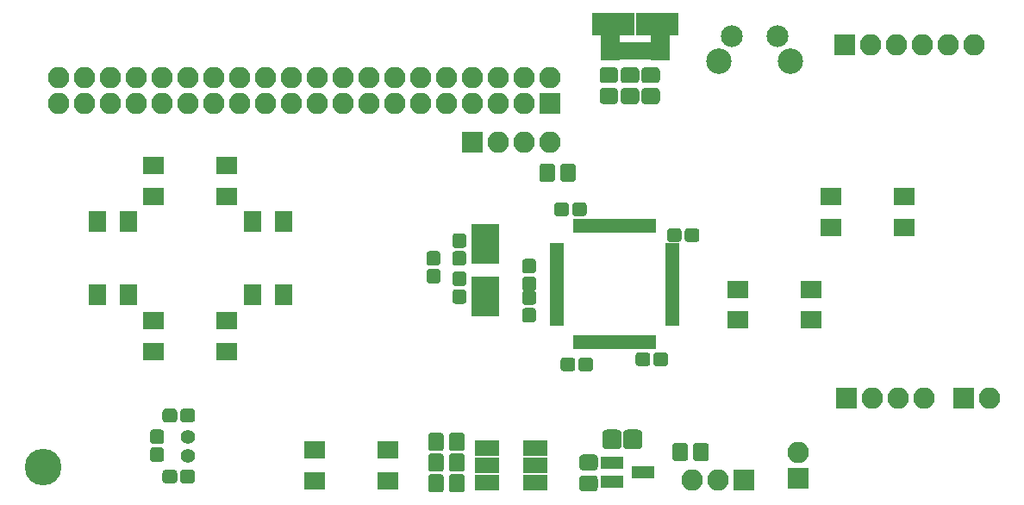
<source format=gts>
G04 #@! TF.GenerationSoftware,KiCad,Pcbnew,5.0.0*
G04 #@! TF.CreationDate,2018-08-01T03:46:19+02:00*
G04 #@! TF.ProjectId,mokki-dev-board,6D6F6B6B692D6465762D626F6172642E,rev?*
G04 #@! TF.SameCoordinates,Original*
G04 #@! TF.FileFunction,Soldermask,Top*
G04 #@! TF.FilePolarity,Negative*
%FSLAX46Y46*%
G04 Gerber Fmt 4.6, Leading zero omitted, Abs format (unit mm)*
G04 Created by KiCad (PCBNEW 5.0.0) date Wed Aug  1 03:46:19 2018*
%MOMM*%
%LPD*%
G01*
G04 APERTURE LIST*
%ADD10O,2.100000X2.100000*%
%ADD11R,2.100000X2.100000*%
%ADD12C,1.400000*%
%ADD13R,0.650000X1.400000*%
%ADD14R,1.400000X0.650000*%
%ADD15C,0.100000*%
%ADD16C,1.350000*%
%ADD17C,1.550000*%
%ADD18R,2.400000X1.500000*%
%ADD19R,1.575000X2.300000*%
%ADD20R,2.775000X2.300000*%
%ADD21R,1.875000X2.500000*%
%ADD22R,0.850000X1.780000*%
%ADD23R,2.300000X1.200000*%
%ADD24R,2.000000X1.800000*%
%ADD25R,1.800000X2.000000*%
%ADD26C,2.500000*%
%ADD27C,2.150000*%
%ADD28R,2.800000X3.900000*%
%ADD29C,1.924000*%
%ADD30C,3.600000*%
G04 APERTURE END LIST*
D10*
G04 #@! TO.C,SW1*
X166280000Y-126749000D03*
X168820000Y-126749000D03*
D11*
X171360000Y-126749000D03*
G04 #@! TD*
D10*
G04 #@! TO.C,J6*
X104050000Y-87220000D03*
X104050000Y-89760000D03*
X106590000Y-87220000D03*
X106590000Y-89760000D03*
X109130000Y-87220000D03*
X109130000Y-89760000D03*
X111670000Y-87220000D03*
X111670000Y-89760000D03*
X114210000Y-87220000D03*
X114210000Y-89760000D03*
X116750000Y-87220000D03*
X116750000Y-89760000D03*
X119290000Y-87220000D03*
X119290000Y-89760000D03*
X121830000Y-87220000D03*
X121830000Y-89760000D03*
X124370000Y-87220000D03*
X124370000Y-89760000D03*
X126910000Y-87220000D03*
X126910000Y-89760000D03*
X129450000Y-87220000D03*
X129450000Y-89760000D03*
X131990000Y-87220000D03*
X131990000Y-89760000D03*
X134530000Y-87220000D03*
X134530000Y-89760000D03*
X137070000Y-87220000D03*
X137070000Y-89760000D03*
X139610000Y-87220000D03*
X139610000Y-89760000D03*
X142150000Y-87220000D03*
X142150000Y-89760000D03*
X144690000Y-87220000D03*
X144690000Y-89760000D03*
X147230000Y-87220000D03*
X147230000Y-89760000D03*
X149770000Y-87220000D03*
X149770000Y-89760000D03*
X152310000Y-87220000D03*
D11*
X152310000Y-89760000D03*
G04 #@! TD*
G04 #@! TO.C,J5*
X192950000Y-118749000D03*
D10*
X195490000Y-118749000D03*
G04 #@! TD*
D11*
G04 #@! TO.C,J2*
X181484000Y-118749000D03*
D10*
X184024000Y-118749000D03*
X186564000Y-118749000D03*
X189104000Y-118749000D03*
G04 #@! TD*
D12*
G04 #@! TO.C,Y2*
X116732433Y-122527231D03*
X116732433Y-124427231D03*
G04 #@! TD*
D13*
G04 #@! TO.C,U1*
X154910000Y-101840000D03*
X155410000Y-101840000D03*
X155910000Y-101840000D03*
X156410000Y-101840000D03*
X156910000Y-101840000D03*
X157410000Y-101840000D03*
X157910000Y-101840000D03*
X158410000Y-101840000D03*
X158910000Y-101840000D03*
X159410000Y-101840000D03*
X159910000Y-101840000D03*
X160410000Y-101840000D03*
X160910000Y-101840000D03*
X161410000Y-101840000D03*
X161910000Y-101840000D03*
X162410000Y-101840000D03*
D14*
X164360000Y-103790000D03*
X164360000Y-104290000D03*
X164360000Y-104790000D03*
X164360000Y-105290000D03*
X164360000Y-105790000D03*
X164360000Y-106290000D03*
X164360000Y-106790000D03*
X164360000Y-107290000D03*
X164360000Y-107790000D03*
X164360000Y-108290000D03*
X164360000Y-108790000D03*
X164360000Y-109290000D03*
X164360000Y-109790000D03*
X164360000Y-110290000D03*
X164360000Y-110790000D03*
X164360000Y-111290000D03*
D13*
X162410000Y-113240000D03*
X161910000Y-113240000D03*
X161410000Y-113240000D03*
X160910000Y-113240000D03*
X160410000Y-113240000D03*
X159910000Y-113240000D03*
X159410000Y-113240000D03*
X158910000Y-113240000D03*
X158410000Y-113240000D03*
X157910000Y-113240000D03*
X157410000Y-113240000D03*
X156910000Y-113240000D03*
X156410000Y-113240000D03*
X155910000Y-113240000D03*
X155410000Y-113240000D03*
X154910000Y-113240000D03*
D14*
X152960000Y-111290000D03*
X152960000Y-110790000D03*
X152960000Y-110290000D03*
X152960000Y-109790000D03*
X152960000Y-109290000D03*
X152960000Y-108790000D03*
X152960000Y-108290000D03*
X152960000Y-107790000D03*
X152960000Y-107290000D03*
X152960000Y-106790000D03*
X152960000Y-106290000D03*
X152960000Y-105790000D03*
X152960000Y-105290000D03*
X152960000Y-104790000D03*
X152960000Y-104290000D03*
X152960000Y-103790000D03*
G04 #@! TD*
D15*
G04 #@! TO.C,C1*
G36*
X143790581Y-102526625D02*
X143823343Y-102531485D01*
X143855471Y-102539533D01*
X143886656Y-102550691D01*
X143916596Y-102564852D01*
X143945005Y-102581879D01*
X143971608Y-102601609D01*
X143996149Y-102623851D01*
X144018391Y-102648392D01*
X144038121Y-102674995D01*
X144055148Y-102703404D01*
X144069309Y-102733344D01*
X144080467Y-102764529D01*
X144088515Y-102796657D01*
X144093375Y-102829419D01*
X144095000Y-102862500D01*
X144095000Y-103637500D01*
X144093375Y-103670581D01*
X144088515Y-103703343D01*
X144080467Y-103735471D01*
X144069309Y-103766656D01*
X144055148Y-103796596D01*
X144038121Y-103825005D01*
X144018391Y-103851608D01*
X143996149Y-103876149D01*
X143971608Y-103898391D01*
X143945005Y-103918121D01*
X143916596Y-103935148D01*
X143886656Y-103949309D01*
X143855471Y-103960467D01*
X143823343Y-103968515D01*
X143790581Y-103973375D01*
X143757500Y-103975000D01*
X143082500Y-103975000D01*
X143049419Y-103973375D01*
X143016657Y-103968515D01*
X142984529Y-103960467D01*
X142953344Y-103949309D01*
X142923404Y-103935148D01*
X142894995Y-103918121D01*
X142868392Y-103898391D01*
X142843851Y-103876149D01*
X142821609Y-103851608D01*
X142801879Y-103825005D01*
X142784852Y-103796596D01*
X142770691Y-103766656D01*
X142759533Y-103735471D01*
X142751485Y-103703343D01*
X142746625Y-103670581D01*
X142745000Y-103637500D01*
X142745000Y-102862500D01*
X142746625Y-102829419D01*
X142751485Y-102796657D01*
X142759533Y-102764529D01*
X142770691Y-102733344D01*
X142784852Y-102703404D01*
X142801879Y-102674995D01*
X142821609Y-102648392D01*
X142843851Y-102623851D01*
X142868392Y-102601609D01*
X142894995Y-102581879D01*
X142923404Y-102564852D01*
X142953344Y-102550691D01*
X142984529Y-102539533D01*
X143016657Y-102531485D01*
X143049419Y-102526625D01*
X143082500Y-102525000D01*
X143757500Y-102525000D01*
X143790581Y-102526625D01*
X143790581Y-102526625D01*
G37*
D16*
X143420000Y-103250000D03*
D15*
G36*
X143790581Y-104276625D02*
X143823343Y-104281485D01*
X143855471Y-104289533D01*
X143886656Y-104300691D01*
X143916596Y-104314852D01*
X143945005Y-104331879D01*
X143971608Y-104351609D01*
X143996149Y-104373851D01*
X144018391Y-104398392D01*
X144038121Y-104424995D01*
X144055148Y-104453404D01*
X144069309Y-104483344D01*
X144080467Y-104514529D01*
X144088515Y-104546657D01*
X144093375Y-104579419D01*
X144095000Y-104612500D01*
X144095000Y-105387500D01*
X144093375Y-105420581D01*
X144088515Y-105453343D01*
X144080467Y-105485471D01*
X144069309Y-105516656D01*
X144055148Y-105546596D01*
X144038121Y-105575005D01*
X144018391Y-105601608D01*
X143996149Y-105626149D01*
X143971608Y-105648391D01*
X143945005Y-105668121D01*
X143916596Y-105685148D01*
X143886656Y-105699309D01*
X143855471Y-105710467D01*
X143823343Y-105718515D01*
X143790581Y-105723375D01*
X143757500Y-105725000D01*
X143082500Y-105725000D01*
X143049419Y-105723375D01*
X143016657Y-105718515D01*
X142984529Y-105710467D01*
X142953344Y-105699309D01*
X142923404Y-105685148D01*
X142894995Y-105668121D01*
X142868392Y-105648391D01*
X142843851Y-105626149D01*
X142821609Y-105601608D01*
X142801879Y-105575005D01*
X142784852Y-105546596D01*
X142770691Y-105516656D01*
X142759533Y-105485471D01*
X142751485Y-105453343D01*
X142746625Y-105420581D01*
X142745000Y-105387500D01*
X142745000Y-104612500D01*
X142746625Y-104579419D01*
X142751485Y-104546657D01*
X142759533Y-104514529D01*
X142770691Y-104483344D01*
X142784852Y-104453404D01*
X142801879Y-104424995D01*
X142821609Y-104398392D01*
X142843851Y-104373851D01*
X142868392Y-104351609D01*
X142894995Y-104331879D01*
X142923404Y-104314852D01*
X142953344Y-104300691D01*
X142984529Y-104289533D01*
X143016657Y-104281485D01*
X143049419Y-104276625D01*
X143082500Y-104275000D01*
X143757500Y-104275000D01*
X143790581Y-104276625D01*
X143790581Y-104276625D01*
G37*
D16*
X143420000Y-105000000D03*
G04 #@! TD*
D15*
G04 #@! TO.C,C2*
G36*
X115403014Y-125753856D02*
X115435776Y-125758716D01*
X115467904Y-125766764D01*
X115499089Y-125777922D01*
X115529029Y-125792083D01*
X115557438Y-125809110D01*
X115584041Y-125828840D01*
X115608582Y-125851082D01*
X115630824Y-125875623D01*
X115650554Y-125902226D01*
X115667581Y-125930635D01*
X115681742Y-125960575D01*
X115692900Y-125991760D01*
X115700948Y-126023888D01*
X115705808Y-126056650D01*
X115707433Y-126089731D01*
X115707433Y-126764731D01*
X115705808Y-126797812D01*
X115700948Y-126830574D01*
X115692900Y-126862702D01*
X115681742Y-126893887D01*
X115667581Y-126923827D01*
X115650554Y-126952236D01*
X115630824Y-126978839D01*
X115608582Y-127003380D01*
X115584041Y-127025622D01*
X115557438Y-127045352D01*
X115529029Y-127062379D01*
X115499089Y-127076540D01*
X115467904Y-127087698D01*
X115435776Y-127095746D01*
X115403014Y-127100606D01*
X115369933Y-127102231D01*
X114594933Y-127102231D01*
X114561852Y-127100606D01*
X114529090Y-127095746D01*
X114496962Y-127087698D01*
X114465777Y-127076540D01*
X114435837Y-127062379D01*
X114407428Y-127045352D01*
X114380825Y-127025622D01*
X114356284Y-127003380D01*
X114334042Y-126978839D01*
X114314312Y-126952236D01*
X114297285Y-126923827D01*
X114283124Y-126893887D01*
X114271966Y-126862702D01*
X114263918Y-126830574D01*
X114259058Y-126797812D01*
X114257433Y-126764731D01*
X114257433Y-126089731D01*
X114259058Y-126056650D01*
X114263918Y-126023888D01*
X114271966Y-125991760D01*
X114283124Y-125960575D01*
X114297285Y-125930635D01*
X114314312Y-125902226D01*
X114334042Y-125875623D01*
X114356284Y-125851082D01*
X114380825Y-125828840D01*
X114407428Y-125809110D01*
X114435837Y-125792083D01*
X114465777Y-125777922D01*
X114496962Y-125766764D01*
X114529090Y-125758716D01*
X114561852Y-125753856D01*
X114594933Y-125752231D01*
X115369933Y-125752231D01*
X115403014Y-125753856D01*
X115403014Y-125753856D01*
G37*
D16*
X114982433Y-126427231D03*
D15*
G36*
X117153014Y-125753856D02*
X117185776Y-125758716D01*
X117217904Y-125766764D01*
X117249089Y-125777922D01*
X117279029Y-125792083D01*
X117307438Y-125809110D01*
X117334041Y-125828840D01*
X117358582Y-125851082D01*
X117380824Y-125875623D01*
X117400554Y-125902226D01*
X117417581Y-125930635D01*
X117431742Y-125960575D01*
X117442900Y-125991760D01*
X117450948Y-126023888D01*
X117455808Y-126056650D01*
X117457433Y-126089731D01*
X117457433Y-126764731D01*
X117455808Y-126797812D01*
X117450948Y-126830574D01*
X117442900Y-126862702D01*
X117431742Y-126893887D01*
X117417581Y-126923827D01*
X117400554Y-126952236D01*
X117380824Y-126978839D01*
X117358582Y-127003380D01*
X117334041Y-127025622D01*
X117307438Y-127045352D01*
X117279029Y-127062379D01*
X117249089Y-127076540D01*
X117217904Y-127087698D01*
X117185776Y-127095746D01*
X117153014Y-127100606D01*
X117119933Y-127102231D01*
X116344933Y-127102231D01*
X116311852Y-127100606D01*
X116279090Y-127095746D01*
X116246962Y-127087698D01*
X116215777Y-127076540D01*
X116185837Y-127062379D01*
X116157428Y-127045352D01*
X116130825Y-127025622D01*
X116106284Y-127003380D01*
X116084042Y-126978839D01*
X116064312Y-126952236D01*
X116047285Y-126923827D01*
X116033124Y-126893887D01*
X116021966Y-126862702D01*
X116013918Y-126830574D01*
X116009058Y-126797812D01*
X116007433Y-126764731D01*
X116007433Y-126089731D01*
X116009058Y-126056650D01*
X116013918Y-126023888D01*
X116021966Y-125991760D01*
X116033124Y-125960575D01*
X116047285Y-125930635D01*
X116064312Y-125902226D01*
X116084042Y-125875623D01*
X116106284Y-125851082D01*
X116130825Y-125828840D01*
X116157428Y-125809110D01*
X116185837Y-125792083D01*
X116215777Y-125777922D01*
X116246962Y-125766764D01*
X116279090Y-125758716D01*
X116311852Y-125753856D01*
X116344933Y-125752231D01*
X117119933Y-125752231D01*
X117153014Y-125753856D01*
X117153014Y-125753856D01*
G37*
D16*
X116732433Y-126427231D03*
G04 #@! TD*
D15*
G04 #@! TO.C,C3*
G36*
X143790581Y-106275625D02*
X143823343Y-106280485D01*
X143855471Y-106288533D01*
X143886656Y-106299691D01*
X143916596Y-106313852D01*
X143945005Y-106330879D01*
X143971608Y-106350609D01*
X143996149Y-106372851D01*
X144018391Y-106397392D01*
X144038121Y-106423995D01*
X144055148Y-106452404D01*
X144069309Y-106482344D01*
X144080467Y-106513529D01*
X144088515Y-106545657D01*
X144093375Y-106578419D01*
X144095000Y-106611500D01*
X144095000Y-107386500D01*
X144093375Y-107419581D01*
X144088515Y-107452343D01*
X144080467Y-107484471D01*
X144069309Y-107515656D01*
X144055148Y-107545596D01*
X144038121Y-107574005D01*
X144018391Y-107600608D01*
X143996149Y-107625149D01*
X143971608Y-107647391D01*
X143945005Y-107667121D01*
X143916596Y-107684148D01*
X143886656Y-107698309D01*
X143855471Y-107709467D01*
X143823343Y-107717515D01*
X143790581Y-107722375D01*
X143757500Y-107724000D01*
X143082500Y-107724000D01*
X143049419Y-107722375D01*
X143016657Y-107717515D01*
X142984529Y-107709467D01*
X142953344Y-107698309D01*
X142923404Y-107684148D01*
X142894995Y-107667121D01*
X142868392Y-107647391D01*
X142843851Y-107625149D01*
X142821609Y-107600608D01*
X142801879Y-107574005D01*
X142784852Y-107545596D01*
X142770691Y-107515656D01*
X142759533Y-107484471D01*
X142751485Y-107452343D01*
X142746625Y-107419581D01*
X142745000Y-107386500D01*
X142745000Y-106611500D01*
X142746625Y-106578419D01*
X142751485Y-106545657D01*
X142759533Y-106513529D01*
X142770691Y-106482344D01*
X142784852Y-106452404D01*
X142801879Y-106423995D01*
X142821609Y-106397392D01*
X142843851Y-106372851D01*
X142868392Y-106350609D01*
X142894995Y-106330879D01*
X142923404Y-106313852D01*
X142953344Y-106299691D01*
X142984529Y-106288533D01*
X143016657Y-106280485D01*
X143049419Y-106275625D01*
X143082500Y-106274000D01*
X143757500Y-106274000D01*
X143790581Y-106275625D01*
X143790581Y-106275625D01*
G37*
D16*
X143420000Y-106999000D03*
D15*
G36*
X143790581Y-108025625D02*
X143823343Y-108030485D01*
X143855471Y-108038533D01*
X143886656Y-108049691D01*
X143916596Y-108063852D01*
X143945005Y-108080879D01*
X143971608Y-108100609D01*
X143996149Y-108122851D01*
X144018391Y-108147392D01*
X144038121Y-108173995D01*
X144055148Y-108202404D01*
X144069309Y-108232344D01*
X144080467Y-108263529D01*
X144088515Y-108295657D01*
X144093375Y-108328419D01*
X144095000Y-108361500D01*
X144095000Y-109136500D01*
X144093375Y-109169581D01*
X144088515Y-109202343D01*
X144080467Y-109234471D01*
X144069309Y-109265656D01*
X144055148Y-109295596D01*
X144038121Y-109324005D01*
X144018391Y-109350608D01*
X143996149Y-109375149D01*
X143971608Y-109397391D01*
X143945005Y-109417121D01*
X143916596Y-109434148D01*
X143886656Y-109448309D01*
X143855471Y-109459467D01*
X143823343Y-109467515D01*
X143790581Y-109472375D01*
X143757500Y-109474000D01*
X143082500Y-109474000D01*
X143049419Y-109472375D01*
X143016657Y-109467515D01*
X142984529Y-109459467D01*
X142953344Y-109448309D01*
X142923404Y-109434148D01*
X142894995Y-109417121D01*
X142868392Y-109397391D01*
X142843851Y-109375149D01*
X142821609Y-109350608D01*
X142801879Y-109324005D01*
X142784852Y-109295596D01*
X142770691Y-109265656D01*
X142759533Y-109234471D01*
X142751485Y-109202343D01*
X142746625Y-109169581D01*
X142745000Y-109136500D01*
X142745000Y-108361500D01*
X142746625Y-108328419D01*
X142751485Y-108295657D01*
X142759533Y-108263529D01*
X142770691Y-108232344D01*
X142784852Y-108202404D01*
X142801879Y-108173995D01*
X142821609Y-108147392D01*
X142843851Y-108122851D01*
X142868392Y-108100609D01*
X142894995Y-108080879D01*
X142923404Y-108063852D01*
X142953344Y-108049691D01*
X142984529Y-108038533D01*
X143016657Y-108030485D01*
X143049419Y-108025625D01*
X143082500Y-108024000D01*
X143757500Y-108024000D01*
X143790581Y-108025625D01*
X143790581Y-108025625D01*
G37*
D16*
X143420000Y-108749000D03*
G04 #@! TD*
D15*
G04 #@! TO.C,C4*
G36*
X117153014Y-119753856D02*
X117185776Y-119758716D01*
X117217904Y-119766764D01*
X117249089Y-119777922D01*
X117279029Y-119792083D01*
X117307438Y-119809110D01*
X117334041Y-119828840D01*
X117358582Y-119851082D01*
X117380824Y-119875623D01*
X117400554Y-119902226D01*
X117417581Y-119930635D01*
X117431742Y-119960575D01*
X117442900Y-119991760D01*
X117450948Y-120023888D01*
X117455808Y-120056650D01*
X117457433Y-120089731D01*
X117457433Y-120764731D01*
X117455808Y-120797812D01*
X117450948Y-120830574D01*
X117442900Y-120862702D01*
X117431742Y-120893887D01*
X117417581Y-120923827D01*
X117400554Y-120952236D01*
X117380824Y-120978839D01*
X117358582Y-121003380D01*
X117334041Y-121025622D01*
X117307438Y-121045352D01*
X117279029Y-121062379D01*
X117249089Y-121076540D01*
X117217904Y-121087698D01*
X117185776Y-121095746D01*
X117153014Y-121100606D01*
X117119933Y-121102231D01*
X116344933Y-121102231D01*
X116311852Y-121100606D01*
X116279090Y-121095746D01*
X116246962Y-121087698D01*
X116215777Y-121076540D01*
X116185837Y-121062379D01*
X116157428Y-121045352D01*
X116130825Y-121025622D01*
X116106284Y-121003380D01*
X116084042Y-120978839D01*
X116064312Y-120952236D01*
X116047285Y-120923827D01*
X116033124Y-120893887D01*
X116021966Y-120862702D01*
X116013918Y-120830574D01*
X116009058Y-120797812D01*
X116007433Y-120764731D01*
X116007433Y-120089731D01*
X116009058Y-120056650D01*
X116013918Y-120023888D01*
X116021966Y-119991760D01*
X116033124Y-119960575D01*
X116047285Y-119930635D01*
X116064312Y-119902226D01*
X116084042Y-119875623D01*
X116106284Y-119851082D01*
X116130825Y-119828840D01*
X116157428Y-119809110D01*
X116185837Y-119792083D01*
X116215777Y-119777922D01*
X116246962Y-119766764D01*
X116279090Y-119758716D01*
X116311852Y-119753856D01*
X116344933Y-119752231D01*
X117119933Y-119752231D01*
X117153014Y-119753856D01*
X117153014Y-119753856D01*
G37*
D16*
X116732433Y-120427231D03*
D15*
G36*
X115403014Y-119753856D02*
X115435776Y-119758716D01*
X115467904Y-119766764D01*
X115499089Y-119777922D01*
X115529029Y-119792083D01*
X115557438Y-119809110D01*
X115584041Y-119828840D01*
X115608582Y-119851082D01*
X115630824Y-119875623D01*
X115650554Y-119902226D01*
X115667581Y-119930635D01*
X115681742Y-119960575D01*
X115692900Y-119991760D01*
X115700948Y-120023888D01*
X115705808Y-120056650D01*
X115707433Y-120089731D01*
X115707433Y-120764731D01*
X115705808Y-120797812D01*
X115700948Y-120830574D01*
X115692900Y-120862702D01*
X115681742Y-120893887D01*
X115667581Y-120923827D01*
X115650554Y-120952236D01*
X115630824Y-120978839D01*
X115608582Y-121003380D01*
X115584041Y-121025622D01*
X115557438Y-121045352D01*
X115529029Y-121062379D01*
X115499089Y-121076540D01*
X115467904Y-121087698D01*
X115435776Y-121095746D01*
X115403014Y-121100606D01*
X115369933Y-121102231D01*
X114594933Y-121102231D01*
X114561852Y-121100606D01*
X114529090Y-121095746D01*
X114496962Y-121087698D01*
X114465777Y-121076540D01*
X114435837Y-121062379D01*
X114407428Y-121045352D01*
X114380825Y-121025622D01*
X114356284Y-121003380D01*
X114334042Y-120978839D01*
X114314312Y-120952236D01*
X114297285Y-120923827D01*
X114283124Y-120893887D01*
X114271966Y-120862702D01*
X114263918Y-120830574D01*
X114259058Y-120797812D01*
X114257433Y-120764731D01*
X114257433Y-120089731D01*
X114259058Y-120056650D01*
X114263918Y-120023888D01*
X114271966Y-119991760D01*
X114283124Y-119960575D01*
X114297285Y-119930635D01*
X114314312Y-119902226D01*
X114334042Y-119875623D01*
X114356284Y-119851082D01*
X114380825Y-119828840D01*
X114407428Y-119809110D01*
X114435837Y-119792083D01*
X114465777Y-119777922D01*
X114496962Y-119766764D01*
X114529090Y-119758716D01*
X114561852Y-119753856D01*
X114594933Y-119752231D01*
X115369933Y-119752231D01*
X115403014Y-119753856D01*
X115403014Y-119753856D01*
G37*
D16*
X114982433Y-120427231D03*
G04 #@! TD*
D15*
G04 #@! TO.C,C9*
G36*
X165582671Y-123126223D02*
X165615381Y-123131075D01*
X165647457Y-123139109D01*
X165678591Y-123150249D01*
X165708484Y-123164387D01*
X165736847Y-123181387D01*
X165763407Y-123201085D01*
X165787908Y-123223292D01*
X165810115Y-123247793D01*
X165829813Y-123274353D01*
X165846813Y-123302716D01*
X165860951Y-123332609D01*
X165872091Y-123363743D01*
X165880125Y-123395819D01*
X165884977Y-123428529D01*
X165886600Y-123461556D01*
X165886600Y-124587644D01*
X165884977Y-124620671D01*
X165880125Y-124653381D01*
X165872091Y-124685457D01*
X165860951Y-124716591D01*
X165846813Y-124746484D01*
X165829813Y-124774847D01*
X165810115Y-124801407D01*
X165787908Y-124825908D01*
X165763407Y-124848115D01*
X165736847Y-124867813D01*
X165708484Y-124884813D01*
X165678591Y-124898951D01*
X165647457Y-124910091D01*
X165615381Y-124918125D01*
X165582671Y-124922977D01*
X165549644Y-124924600D01*
X164673556Y-124924600D01*
X164640529Y-124922977D01*
X164607819Y-124918125D01*
X164575743Y-124910091D01*
X164544609Y-124898951D01*
X164514716Y-124884813D01*
X164486353Y-124867813D01*
X164459793Y-124848115D01*
X164435292Y-124825908D01*
X164413085Y-124801407D01*
X164393387Y-124774847D01*
X164376387Y-124746484D01*
X164362249Y-124716591D01*
X164351109Y-124685457D01*
X164343075Y-124653381D01*
X164338223Y-124620671D01*
X164336600Y-124587644D01*
X164336600Y-123461556D01*
X164338223Y-123428529D01*
X164343075Y-123395819D01*
X164351109Y-123363743D01*
X164362249Y-123332609D01*
X164376387Y-123302716D01*
X164393387Y-123274353D01*
X164413085Y-123247793D01*
X164435292Y-123223292D01*
X164459793Y-123201085D01*
X164486353Y-123181387D01*
X164514716Y-123164387D01*
X164544609Y-123150249D01*
X164575743Y-123139109D01*
X164607819Y-123131075D01*
X164640529Y-123126223D01*
X164673556Y-123124600D01*
X165549644Y-123124600D01*
X165582671Y-123126223D01*
X165582671Y-123126223D01*
G37*
D17*
X165111600Y-124024600D03*
D15*
G36*
X167632671Y-123126223D02*
X167665381Y-123131075D01*
X167697457Y-123139109D01*
X167728591Y-123150249D01*
X167758484Y-123164387D01*
X167786847Y-123181387D01*
X167813407Y-123201085D01*
X167837908Y-123223292D01*
X167860115Y-123247793D01*
X167879813Y-123274353D01*
X167896813Y-123302716D01*
X167910951Y-123332609D01*
X167922091Y-123363743D01*
X167930125Y-123395819D01*
X167934977Y-123428529D01*
X167936600Y-123461556D01*
X167936600Y-124587644D01*
X167934977Y-124620671D01*
X167930125Y-124653381D01*
X167922091Y-124685457D01*
X167910951Y-124716591D01*
X167896813Y-124746484D01*
X167879813Y-124774847D01*
X167860115Y-124801407D01*
X167837908Y-124825908D01*
X167813407Y-124848115D01*
X167786847Y-124867813D01*
X167758484Y-124884813D01*
X167728591Y-124898951D01*
X167697457Y-124910091D01*
X167665381Y-124918125D01*
X167632671Y-124922977D01*
X167599644Y-124924600D01*
X166723556Y-124924600D01*
X166690529Y-124922977D01*
X166657819Y-124918125D01*
X166625743Y-124910091D01*
X166594609Y-124898951D01*
X166564716Y-124884813D01*
X166536353Y-124867813D01*
X166509793Y-124848115D01*
X166485292Y-124825908D01*
X166463085Y-124801407D01*
X166443387Y-124774847D01*
X166426387Y-124746484D01*
X166412249Y-124716591D01*
X166401109Y-124685457D01*
X166393075Y-124653381D01*
X166388223Y-124620671D01*
X166386600Y-124587644D01*
X166386600Y-123461556D01*
X166388223Y-123428529D01*
X166393075Y-123395819D01*
X166401109Y-123363743D01*
X166412249Y-123332609D01*
X166426387Y-123302716D01*
X166443387Y-123274353D01*
X166463085Y-123247793D01*
X166485292Y-123223292D01*
X166509793Y-123201085D01*
X166536353Y-123181387D01*
X166564716Y-123164387D01*
X166594609Y-123150249D01*
X166625743Y-123139109D01*
X166657819Y-123131075D01*
X166690529Y-123126223D01*
X166723556Y-123124600D01*
X167599644Y-123124600D01*
X167632671Y-123126223D01*
X167632671Y-123126223D01*
G37*
D17*
X167161600Y-124024600D03*
G04 #@! TD*
D18*
G04 #@! TO.C,D1*
X150900000Y-123620000D03*
X150900000Y-125320000D03*
X150900000Y-127020000D03*
X146100000Y-127020000D03*
X146100000Y-125320000D03*
X146100000Y-123620000D03*
G04 #@! TD*
D19*
G04 #@! TO.C,J1*
X159852000Y-81956000D03*
X161532000Y-81956000D03*
D20*
X157782000Y-81956000D03*
X163602000Y-81956000D03*
D21*
X158229500Y-84256000D03*
X163154500Y-84256000D03*
D22*
X159392000Y-84616000D03*
X160042000Y-84616000D03*
X160692000Y-84616000D03*
X161342000Y-84616000D03*
X161992000Y-84616000D03*
G04 #@! TD*
D10*
G04 #@! TO.C,J3*
X152310000Y-93570000D03*
X149770000Y-93570000D03*
X147230000Y-93570000D03*
D11*
X144690000Y-93570000D03*
G04 #@! TD*
D23*
G04 #@! TO.C,Q1*
X161430000Y-126016000D03*
X158430000Y-126966000D03*
X158430000Y-125066000D03*
G04 #@! TD*
D15*
G04 #@! TO.C,R3*
G36*
X156716071Y-126324623D02*
X156748781Y-126329475D01*
X156780857Y-126337509D01*
X156811991Y-126348649D01*
X156841884Y-126362787D01*
X156870247Y-126379787D01*
X156896807Y-126399485D01*
X156921308Y-126421692D01*
X156943515Y-126446193D01*
X156963213Y-126472753D01*
X156980213Y-126501116D01*
X156994351Y-126531009D01*
X157005491Y-126562143D01*
X157013525Y-126594219D01*
X157018377Y-126626929D01*
X157020000Y-126659956D01*
X157020000Y-127536044D01*
X157018377Y-127569071D01*
X157013525Y-127601781D01*
X157005491Y-127633857D01*
X156994351Y-127664991D01*
X156980213Y-127694884D01*
X156963213Y-127723247D01*
X156943515Y-127749807D01*
X156921308Y-127774308D01*
X156896807Y-127796515D01*
X156870247Y-127816213D01*
X156841884Y-127833213D01*
X156811991Y-127847351D01*
X156780857Y-127858491D01*
X156748781Y-127866525D01*
X156716071Y-127871377D01*
X156683044Y-127873000D01*
X155556956Y-127873000D01*
X155523929Y-127871377D01*
X155491219Y-127866525D01*
X155459143Y-127858491D01*
X155428009Y-127847351D01*
X155398116Y-127833213D01*
X155369753Y-127816213D01*
X155343193Y-127796515D01*
X155318692Y-127774308D01*
X155296485Y-127749807D01*
X155276787Y-127723247D01*
X155259787Y-127694884D01*
X155245649Y-127664991D01*
X155234509Y-127633857D01*
X155226475Y-127601781D01*
X155221623Y-127569071D01*
X155220000Y-127536044D01*
X155220000Y-126659956D01*
X155221623Y-126626929D01*
X155226475Y-126594219D01*
X155234509Y-126562143D01*
X155245649Y-126531009D01*
X155259787Y-126501116D01*
X155276787Y-126472753D01*
X155296485Y-126446193D01*
X155318692Y-126421692D01*
X155343193Y-126399485D01*
X155369753Y-126379787D01*
X155398116Y-126362787D01*
X155428009Y-126348649D01*
X155459143Y-126337509D01*
X155491219Y-126329475D01*
X155523929Y-126324623D01*
X155556956Y-126323000D01*
X156683044Y-126323000D01*
X156716071Y-126324623D01*
X156716071Y-126324623D01*
G37*
D17*
X156120000Y-127098000D03*
D15*
G36*
X156716071Y-124274623D02*
X156748781Y-124279475D01*
X156780857Y-124287509D01*
X156811991Y-124298649D01*
X156841884Y-124312787D01*
X156870247Y-124329787D01*
X156896807Y-124349485D01*
X156921308Y-124371692D01*
X156943515Y-124396193D01*
X156963213Y-124422753D01*
X156980213Y-124451116D01*
X156994351Y-124481009D01*
X157005491Y-124512143D01*
X157013525Y-124544219D01*
X157018377Y-124576929D01*
X157020000Y-124609956D01*
X157020000Y-125486044D01*
X157018377Y-125519071D01*
X157013525Y-125551781D01*
X157005491Y-125583857D01*
X156994351Y-125614991D01*
X156980213Y-125644884D01*
X156963213Y-125673247D01*
X156943515Y-125699807D01*
X156921308Y-125724308D01*
X156896807Y-125746515D01*
X156870247Y-125766213D01*
X156841884Y-125783213D01*
X156811991Y-125797351D01*
X156780857Y-125808491D01*
X156748781Y-125816525D01*
X156716071Y-125821377D01*
X156683044Y-125823000D01*
X155556956Y-125823000D01*
X155523929Y-125821377D01*
X155491219Y-125816525D01*
X155459143Y-125808491D01*
X155428009Y-125797351D01*
X155398116Y-125783213D01*
X155369753Y-125766213D01*
X155343193Y-125746515D01*
X155318692Y-125724308D01*
X155296485Y-125699807D01*
X155276787Y-125673247D01*
X155259787Y-125644884D01*
X155245649Y-125614991D01*
X155234509Y-125583857D01*
X155226475Y-125551781D01*
X155221623Y-125519071D01*
X155220000Y-125486044D01*
X155220000Y-124609956D01*
X155221623Y-124576929D01*
X155226475Y-124544219D01*
X155234509Y-124512143D01*
X155245649Y-124481009D01*
X155259787Y-124451116D01*
X155276787Y-124422753D01*
X155296485Y-124396193D01*
X155318692Y-124371692D01*
X155343193Y-124349485D01*
X155369753Y-124329787D01*
X155398116Y-124312787D01*
X155428009Y-124298649D01*
X155459143Y-124287509D01*
X155491219Y-124279475D01*
X155523929Y-124274623D01*
X155556956Y-124273000D01*
X156683044Y-124273000D01*
X156716071Y-124274623D01*
X156716071Y-124274623D01*
G37*
D17*
X156120000Y-125048000D03*
G04 #@! TD*
D15*
G04 #@! TO.C,R4*
G36*
X141587071Y-122135623D02*
X141619781Y-122140475D01*
X141651857Y-122148509D01*
X141682991Y-122159649D01*
X141712884Y-122173787D01*
X141741247Y-122190787D01*
X141767807Y-122210485D01*
X141792308Y-122232692D01*
X141814515Y-122257193D01*
X141834213Y-122283753D01*
X141851213Y-122312116D01*
X141865351Y-122342009D01*
X141876491Y-122373143D01*
X141884525Y-122405219D01*
X141889377Y-122437929D01*
X141891000Y-122470956D01*
X141891000Y-123597044D01*
X141889377Y-123630071D01*
X141884525Y-123662781D01*
X141876491Y-123694857D01*
X141865351Y-123725991D01*
X141851213Y-123755884D01*
X141834213Y-123784247D01*
X141814515Y-123810807D01*
X141792308Y-123835308D01*
X141767807Y-123857515D01*
X141741247Y-123877213D01*
X141712884Y-123894213D01*
X141682991Y-123908351D01*
X141651857Y-123919491D01*
X141619781Y-123927525D01*
X141587071Y-123932377D01*
X141554044Y-123934000D01*
X140677956Y-123934000D01*
X140644929Y-123932377D01*
X140612219Y-123927525D01*
X140580143Y-123919491D01*
X140549009Y-123908351D01*
X140519116Y-123894213D01*
X140490753Y-123877213D01*
X140464193Y-123857515D01*
X140439692Y-123835308D01*
X140417485Y-123810807D01*
X140397787Y-123784247D01*
X140380787Y-123755884D01*
X140366649Y-123725991D01*
X140355509Y-123694857D01*
X140347475Y-123662781D01*
X140342623Y-123630071D01*
X140341000Y-123597044D01*
X140341000Y-122470956D01*
X140342623Y-122437929D01*
X140347475Y-122405219D01*
X140355509Y-122373143D01*
X140366649Y-122342009D01*
X140380787Y-122312116D01*
X140397787Y-122283753D01*
X140417485Y-122257193D01*
X140439692Y-122232692D01*
X140464193Y-122210485D01*
X140490753Y-122190787D01*
X140519116Y-122173787D01*
X140549009Y-122159649D01*
X140580143Y-122148509D01*
X140612219Y-122140475D01*
X140644929Y-122135623D01*
X140677956Y-122134000D01*
X141554044Y-122134000D01*
X141587071Y-122135623D01*
X141587071Y-122135623D01*
G37*
D17*
X141116000Y-123034000D03*
D15*
G36*
X143637071Y-122135623D02*
X143669781Y-122140475D01*
X143701857Y-122148509D01*
X143732991Y-122159649D01*
X143762884Y-122173787D01*
X143791247Y-122190787D01*
X143817807Y-122210485D01*
X143842308Y-122232692D01*
X143864515Y-122257193D01*
X143884213Y-122283753D01*
X143901213Y-122312116D01*
X143915351Y-122342009D01*
X143926491Y-122373143D01*
X143934525Y-122405219D01*
X143939377Y-122437929D01*
X143941000Y-122470956D01*
X143941000Y-123597044D01*
X143939377Y-123630071D01*
X143934525Y-123662781D01*
X143926491Y-123694857D01*
X143915351Y-123725991D01*
X143901213Y-123755884D01*
X143884213Y-123784247D01*
X143864515Y-123810807D01*
X143842308Y-123835308D01*
X143817807Y-123857515D01*
X143791247Y-123877213D01*
X143762884Y-123894213D01*
X143732991Y-123908351D01*
X143701857Y-123919491D01*
X143669781Y-123927525D01*
X143637071Y-123932377D01*
X143604044Y-123934000D01*
X142727956Y-123934000D01*
X142694929Y-123932377D01*
X142662219Y-123927525D01*
X142630143Y-123919491D01*
X142599009Y-123908351D01*
X142569116Y-123894213D01*
X142540753Y-123877213D01*
X142514193Y-123857515D01*
X142489692Y-123835308D01*
X142467485Y-123810807D01*
X142447787Y-123784247D01*
X142430787Y-123755884D01*
X142416649Y-123725991D01*
X142405509Y-123694857D01*
X142397475Y-123662781D01*
X142392623Y-123630071D01*
X142391000Y-123597044D01*
X142391000Y-122470956D01*
X142392623Y-122437929D01*
X142397475Y-122405219D01*
X142405509Y-122373143D01*
X142416649Y-122342009D01*
X142430787Y-122312116D01*
X142447787Y-122283753D01*
X142467485Y-122257193D01*
X142489692Y-122232692D01*
X142514193Y-122210485D01*
X142540753Y-122190787D01*
X142569116Y-122173787D01*
X142599009Y-122159649D01*
X142630143Y-122148509D01*
X142662219Y-122140475D01*
X142694929Y-122135623D01*
X142727956Y-122134000D01*
X143604044Y-122134000D01*
X143637071Y-122135623D01*
X143637071Y-122135623D01*
G37*
D17*
X143166000Y-123034000D03*
G04 #@! TD*
D15*
G04 #@! TO.C,R5*
G36*
X143637071Y-124167623D02*
X143669781Y-124172475D01*
X143701857Y-124180509D01*
X143732991Y-124191649D01*
X143762884Y-124205787D01*
X143791247Y-124222787D01*
X143817807Y-124242485D01*
X143842308Y-124264692D01*
X143864515Y-124289193D01*
X143884213Y-124315753D01*
X143901213Y-124344116D01*
X143915351Y-124374009D01*
X143926491Y-124405143D01*
X143934525Y-124437219D01*
X143939377Y-124469929D01*
X143941000Y-124502956D01*
X143941000Y-125629044D01*
X143939377Y-125662071D01*
X143934525Y-125694781D01*
X143926491Y-125726857D01*
X143915351Y-125757991D01*
X143901213Y-125787884D01*
X143884213Y-125816247D01*
X143864515Y-125842807D01*
X143842308Y-125867308D01*
X143817807Y-125889515D01*
X143791247Y-125909213D01*
X143762884Y-125926213D01*
X143732991Y-125940351D01*
X143701857Y-125951491D01*
X143669781Y-125959525D01*
X143637071Y-125964377D01*
X143604044Y-125966000D01*
X142727956Y-125966000D01*
X142694929Y-125964377D01*
X142662219Y-125959525D01*
X142630143Y-125951491D01*
X142599009Y-125940351D01*
X142569116Y-125926213D01*
X142540753Y-125909213D01*
X142514193Y-125889515D01*
X142489692Y-125867308D01*
X142467485Y-125842807D01*
X142447787Y-125816247D01*
X142430787Y-125787884D01*
X142416649Y-125757991D01*
X142405509Y-125726857D01*
X142397475Y-125694781D01*
X142392623Y-125662071D01*
X142391000Y-125629044D01*
X142391000Y-124502956D01*
X142392623Y-124469929D01*
X142397475Y-124437219D01*
X142405509Y-124405143D01*
X142416649Y-124374009D01*
X142430787Y-124344116D01*
X142447787Y-124315753D01*
X142467485Y-124289193D01*
X142489692Y-124264692D01*
X142514193Y-124242485D01*
X142540753Y-124222787D01*
X142569116Y-124205787D01*
X142599009Y-124191649D01*
X142630143Y-124180509D01*
X142662219Y-124172475D01*
X142694929Y-124167623D01*
X142727956Y-124166000D01*
X143604044Y-124166000D01*
X143637071Y-124167623D01*
X143637071Y-124167623D01*
G37*
D17*
X143166000Y-125066000D03*
D15*
G36*
X141587071Y-124167623D02*
X141619781Y-124172475D01*
X141651857Y-124180509D01*
X141682991Y-124191649D01*
X141712884Y-124205787D01*
X141741247Y-124222787D01*
X141767807Y-124242485D01*
X141792308Y-124264692D01*
X141814515Y-124289193D01*
X141834213Y-124315753D01*
X141851213Y-124344116D01*
X141865351Y-124374009D01*
X141876491Y-124405143D01*
X141884525Y-124437219D01*
X141889377Y-124469929D01*
X141891000Y-124502956D01*
X141891000Y-125629044D01*
X141889377Y-125662071D01*
X141884525Y-125694781D01*
X141876491Y-125726857D01*
X141865351Y-125757991D01*
X141851213Y-125787884D01*
X141834213Y-125816247D01*
X141814515Y-125842807D01*
X141792308Y-125867308D01*
X141767807Y-125889515D01*
X141741247Y-125909213D01*
X141712884Y-125926213D01*
X141682991Y-125940351D01*
X141651857Y-125951491D01*
X141619781Y-125959525D01*
X141587071Y-125964377D01*
X141554044Y-125966000D01*
X140677956Y-125966000D01*
X140644929Y-125964377D01*
X140612219Y-125959525D01*
X140580143Y-125951491D01*
X140549009Y-125940351D01*
X140519116Y-125926213D01*
X140490753Y-125909213D01*
X140464193Y-125889515D01*
X140439692Y-125867308D01*
X140417485Y-125842807D01*
X140397787Y-125816247D01*
X140380787Y-125787884D01*
X140366649Y-125757991D01*
X140355509Y-125726857D01*
X140347475Y-125694781D01*
X140342623Y-125662071D01*
X140341000Y-125629044D01*
X140341000Y-124502956D01*
X140342623Y-124469929D01*
X140347475Y-124437219D01*
X140355509Y-124405143D01*
X140366649Y-124374009D01*
X140380787Y-124344116D01*
X140397787Y-124315753D01*
X140417485Y-124289193D01*
X140439692Y-124264692D01*
X140464193Y-124242485D01*
X140490753Y-124222787D01*
X140519116Y-124205787D01*
X140549009Y-124191649D01*
X140580143Y-124180509D01*
X140612219Y-124172475D01*
X140644929Y-124167623D01*
X140677956Y-124166000D01*
X141554044Y-124166000D01*
X141587071Y-124167623D01*
X141587071Y-124167623D01*
G37*
D17*
X141116000Y-125066000D03*
G04 #@! TD*
D15*
G04 #@! TO.C,R6*
G36*
X141587071Y-126199623D02*
X141619781Y-126204475D01*
X141651857Y-126212509D01*
X141682991Y-126223649D01*
X141712884Y-126237787D01*
X141741247Y-126254787D01*
X141767807Y-126274485D01*
X141792308Y-126296692D01*
X141814515Y-126321193D01*
X141834213Y-126347753D01*
X141851213Y-126376116D01*
X141865351Y-126406009D01*
X141876491Y-126437143D01*
X141884525Y-126469219D01*
X141889377Y-126501929D01*
X141891000Y-126534956D01*
X141891000Y-127661044D01*
X141889377Y-127694071D01*
X141884525Y-127726781D01*
X141876491Y-127758857D01*
X141865351Y-127789991D01*
X141851213Y-127819884D01*
X141834213Y-127848247D01*
X141814515Y-127874807D01*
X141792308Y-127899308D01*
X141767807Y-127921515D01*
X141741247Y-127941213D01*
X141712884Y-127958213D01*
X141682991Y-127972351D01*
X141651857Y-127983491D01*
X141619781Y-127991525D01*
X141587071Y-127996377D01*
X141554044Y-127998000D01*
X140677956Y-127998000D01*
X140644929Y-127996377D01*
X140612219Y-127991525D01*
X140580143Y-127983491D01*
X140549009Y-127972351D01*
X140519116Y-127958213D01*
X140490753Y-127941213D01*
X140464193Y-127921515D01*
X140439692Y-127899308D01*
X140417485Y-127874807D01*
X140397787Y-127848247D01*
X140380787Y-127819884D01*
X140366649Y-127789991D01*
X140355509Y-127758857D01*
X140347475Y-127726781D01*
X140342623Y-127694071D01*
X140341000Y-127661044D01*
X140341000Y-126534956D01*
X140342623Y-126501929D01*
X140347475Y-126469219D01*
X140355509Y-126437143D01*
X140366649Y-126406009D01*
X140380787Y-126376116D01*
X140397787Y-126347753D01*
X140417485Y-126321193D01*
X140439692Y-126296692D01*
X140464193Y-126274485D01*
X140490753Y-126254787D01*
X140519116Y-126237787D01*
X140549009Y-126223649D01*
X140580143Y-126212509D01*
X140612219Y-126204475D01*
X140644929Y-126199623D01*
X140677956Y-126198000D01*
X141554044Y-126198000D01*
X141587071Y-126199623D01*
X141587071Y-126199623D01*
G37*
D17*
X141116000Y-127098000D03*
D15*
G36*
X143637071Y-126199623D02*
X143669781Y-126204475D01*
X143701857Y-126212509D01*
X143732991Y-126223649D01*
X143762884Y-126237787D01*
X143791247Y-126254787D01*
X143817807Y-126274485D01*
X143842308Y-126296692D01*
X143864515Y-126321193D01*
X143884213Y-126347753D01*
X143901213Y-126376116D01*
X143915351Y-126406009D01*
X143926491Y-126437143D01*
X143934525Y-126469219D01*
X143939377Y-126501929D01*
X143941000Y-126534956D01*
X143941000Y-127661044D01*
X143939377Y-127694071D01*
X143934525Y-127726781D01*
X143926491Y-127758857D01*
X143915351Y-127789991D01*
X143901213Y-127819884D01*
X143884213Y-127848247D01*
X143864515Y-127874807D01*
X143842308Y-127899308D01*
X143817807Y-127921515D01*
X143791247Y-127941213D01*
X143762884Y-127958213D01*
X143732991Y-127972351D01*
X143701857Y-127983491D01*
X143669781Y-127991525D01*
X143637071Y-127996377D01*
X143604044Y-127998000D01*
X142727956Y-127998000D01*
X142694929Y-127996377D01*
X142662219Y-127991525D01*
X142630143Y-127983491D01*
X142599009Y-127972351D01*
X142569116Y-127958213D01*
X142540753Y-127941213D01*
X142514193Y-127921515D01*
X142489692Y-127899308D01*
X142467485Y-127874807D01*
X142447787Y-127848247D01*
X142430787Y-127819884D01*
X142416649Y-127789991D01*
X142405509Y-127758857D01*
X142397475Y-127726781D01*
X142392623Y-127694071D01*
X142391000Y-127661044D01*
X142391000Y-126534956D01*
X142392623Y-126501929D01*
X142397475Y-126469219D01*
X142405509Y-126437143D01*
X142416649Y-126406009D01*
X142430787Y-126376116D01*
X142447787Y-126347753D01*
X142467485Y-126321193D01*
X142489692Y-126296692D01*
X142514193Y-126274485D01*
X142540753Y-126254787D01*
X142569116Y-126237787D01*
X142599009Y-126223649D01*
X142630143Y-126212509D01*
X142662219Y-126204475D01*
X142694929Y-126199623D01*
X142727956Y-126198000D01*
X143604044Y-126198000D01*
X143637071Y-126199623D01*
X143637071Y-126199623D01*
G37*
D17*
X143166000Y-127098000D03*
G04 #@! TD*
D15*
G04 #@! TO.C,R7*
G36*
X158697271Y-88275423D02*
X158729981Y-88280275D01*
X158762057Y-88288309D01*
X158793191Y-88299449D01*
X158823084Y-88313587D01*
X158851447Y-88330587D01*
X158878007Y-88350285D01*
X158902508Y-88372492D01*
X158924715Y-88396993D01*
X158944413Y-88423553D01*
X158961413Y-88451916D01*
X158975551Y-88481809D01*
X158986691Y-88512943D01*
X158994725Y-88545019D01*
X158999577Y-88577729D01*
X159001200Y-88610756D01*
X159001200Y-89486844D01*
X158999577Y-89519871D01*
X158994725Y-89552581D01*
X158986691Y-89584657D01*
X158975551Y-89615791D01*
X158961413Y-89645684D01*
X158944413Y-89674047D01*
X158924715Y-89700607D01*
X158902508Y-89725108D01*
X158878007Y-89747315D01*
X158851447Y-89767013D01*
X158823084Y-89784013D01*
X158793191Y-89798151D01*
X158762057Y-89809291D01*
X158729981Y-89817325D01*
X158697271Y-89822177D01*
X158664244Y-89823800D01*
X157538156Y-89823800D01*
X157505129Y-89822177D01*
X157472419Y-89817325D01*
X157440343Y-89809291D01*
X157409209Y-89798151D01*
X157379316Y-89784013D01*
X157350953Y-89767013D01*
X157324393Y-89747315D01*
X157299892Y-89725108D01*
X157277685Y-89700607D01*
X157257987Y-89674047D01*
X157240987Y-89645684D01*
X157226849Y-89615791D01*
X157215709Y-89584657D01*
X157207675Y-89552581D01*
X157202823Y-89519871D01*
X157201200Y-89486844D01*
X157201200Y-88610756D01*
X157202823Y-88577729D01*
X157207675Y-88545019D01*
X157215709Y-88512943D01*
X157226849Y-88481809D01*
X157240987Y-88451916D01*
X157257987Y-88423553D01*
X157277685Y-88396993D01*
X157299892Y-88372492D01*
X157324393Y-88350285D01*
X157350953Y-88330587D01*
X157379316Y-88313587D01*
X157409209Y-88299449D01*
X157440343Y-88288309D01*
X157472419Y-88280275D01*
X157505129Y-88275423D01*
X157538156Y-88273800D01*
X158664244Y-88273800D01*
X158697271Y-88275423D01*
X158697271Y-88275423D01*
G37*
D17*
X158101200Y-89048800D03*
D15*
G36*
X158697271Y-86225423D02*
X158729981Y-86230275D01*
X158762057Y-86238309D01*
X158793191Y-86249449D01*
X158823084Y-86263587D01*
X158851447Y-86280587D01*
X158878007Y-86300285D01*
X158902508Y-86322492D01*
X158924715Y-86346993D01*
X158944413Y-86373553D01*
X158961413Y-86401916D01*
X158975551Y-86431809D01*
X158986691Y-86462943D01*
X158994725Y-86495019D01*
X158999577Y-86527729D01*
X159001200Y-86560756D01*
X159001200Y-87436844D01*
X158999577Y-87469871D01*
X158994725Y-87502581D01*
X158986691Y-87534657D01*
X158975551Y-87565791D01*
X158961413Y-87595684D01*
X158944413Y-87624047D01*
X158924715Y-87650607D01*
X158902508Y-87675108D01*
X158878007Y-87697315D01*
X158851447Y-87717013D01*
X158823084Y-87734013D01*
X158793191Y-87748151D01*
X158762057Y-87759291D01*
X158729981Y-87767325D01*
X158697271Y-87772177D01*
X158664244Y-87773800D01*
X157538156Y-87773800D01*
X157505129Y-87772177D01*
X157472419Y-87767325D01*
X157440343Y-87759291D01*
X157409209Y-87748151D01*
X157379316Y-87734013D01*
X157350953Y-87717013D01*
X157324393Y-87697315D01*
X157299892Y-87675108D01*
X157277685Y-87650607D01*
X157257987Y-87624047D01*
X157240987Y-87595684D01*
X157226849Y-87565791D01*
X157215709Y-87534657D01*
X157207675Y-87502581D01*
X157202823Y-87469871D01*
X157201200Y-87436844D01*
X157201200Y-86560756D01*
X157202823Y-86527729D01*
X157207675Y-86495019D01*
X157215709Y-86462943D01*
X157226849Y-86431809D01*
X157240987Y-86401916D01*
X157257987Y-86373553D01*
X157277685Y-86346993D01*
X157299892Y-86322492D01*
X157324393Y-86300285D01*
X157350953Y-86280587D01*
X157379316Y-86263587D01*
X157409209Y-86249449D01*
X157440343Y-86238309D01*
X157472419Y-86230275D01*
X157505129Y-86225423D01*
X157538156Y-86223800D01*
X158664244Y-86223800D01*
X158697271Y-86225423D01*
X158697271Y-86225423D01*
G37*
D17*
X158101200Y-86998800D03*
G04 #@! TD*
D15*
G04 #@! TO.C,R8*
G36*
X162812071Y-86229623D02*
X162844781Y-86234475D01*
X162876857Y-86242509D01*
X162907991Y-86253649D01*
X162937884Y-86267787D01*
X162966247Y-86284787D01*
X162992807Y-86304485D01*
X163017308Y-86326692D01*
X163039515Y-86351193D01*
X163059213Y-86377753D01*
X163076213Y-86406116D01*
X163090351Y-86436009D01*
X163101491Y-86467143D01*
X163109525Y-86499219D01*
X163114377Y-86531929D01*
X163116000Y-86564956D01*
X163116000Y-87441044D01*
X163114377Y-87474071D01*
X163109525Y-87506781D01*
X163101491Y-87538857D01*
X163090351Y-87569991D01*
X163076213Y-87599884D01*
X163059213Y-87628247D01*
X163039515Y-87654807D01*
X163017308Y-87679308D01*
X162992807Y-87701515D01*
X162966247Y-87721213D01*
X162937884Y-87738213D01*
X162907991Y-87752351D01*
X162876857Y-87763491D01*
X162844781Y-87771525D01*
X162812071Y-87776377D01*
X162779044Y-87778000D01*
X161652956Y-87778000D01*
X161619929Y-87776377D01*
X161587219Y-87771525D01*
X161555143Y-87763491D01*
X161524009Y-87752351D01*
X161494116Y-87738213D01*
X161465753Y-87721213D01*
X161439193Y-87701515D01*
X161414692Y-87679308D01*
X161392485Y-87654807D01*
X161372787Y-87628247D01*
X161355787Y-87599884D01*
X161341649Y-87569991D01*
X161330509Y-87538857D01*
X161322475Y-87506781D01*
X161317623Y-87474071D01*
X161316000Y-87441044D01*
X161316000Y-86564956D01*
X161317623Y-86531929D01*
X161322475Y-86499219D01*
X161330509Y-86467143D01*
X161341649Y-86436009D01*
X161355787Y-86406116D01*
X161372787Y-86377753D01*
X161392485Y-86351193D01*
X161414692Y-86326692D01*
X161439193Y-86304485D01*
X161465753Y-86284787D01*
X161494116Y-86267787D01*
X161524009Y-86253649D01*
X161555143Y-86242509D01*
X161587219Y-86234475D01*
X161619929Y-86229623D01*
X161652956Y-86228000D01*
X162779044Y-86228000D01*
X162812071Y-86229623D01*
X162812071Y-86229623D01*
G37*
D17*
X162216000Y-87003000D03*
D15*
G36*
X162812071Y-88279623D02*
X162844781Y-88284475D01*
X162876857Y-88292509D01*
X162907991Y-88303649D01*
X162937884Y-88317787D01*
X162966247Y-88334787D01*
X162992807Y-88354485D01*
X163017308Y-88376692D01*
X163039515Y-88401193D01*
X163059213Y-88427753D01*
X163076213Y-88456116D01*
X163090351Y-88486009D01*
X163101491Y-88517143D01*
X163109525Y-88549219D01*
X163114377Y-88581929D01*
X163116000Y-88614956D01*
X163116000Y-89491044D01*
X163114377Y-89524071D01*
X163109525Y-89556781D01*
X163101491Y-89588857D01*
X163090351Y-89619991D01*
X163076213Y-89649884D01*
X163059213Y-89678247D01*
X163039515Y-89704807D01*
X163017308Y-89729308D01*
X162992807Y-89751515D01*
X162966247Y-89771213D01*
X162937884Y-89788213D01*
X162907991Y-89802351D01*
X162876857Y-89813491D01*
X162844781Y-89821525D01*
X162812071Y-89826377D01*
X162779044Y-89828000D01*
X161652956Y-89828000D01*
X161619929Y-89826377D01*
X161587219Y-89821525D01*
X161555143Y-89813491D01*
X161524009Y-89802351D01*
X161494116Y-89788213D01*
X161465753Y-89771213D01*
X161439193Y-89751515D01*
X161414692Y-89729308D01*
X161392485Y-89704807D01*
X161372787Y-89678247D01*
X161355787Y-89649884D01*
X161341649Y-89619991D01*
X161330509Y-89588857D01*
X161322475Y-89556781D01*
X161317623Y-89524071D01*
X161316000Y-89491044D01*
X161316000Y-88614956D01*
X161317623Y-88581929D01*
X161322475Y-88549219D01*
X161330509Y-88517143D01*
X161341649Y-88486009D01*
X161355787Y-88456116D01*
X161372787Y-88427753D01*
X161392485Y-88401193D01*
X161414692Y-88376692D01*
X161439193Y-88354485D01*
X161465753Y-88334787D01*
X161494116Y-88317787D01*
X161524009Y-88303649D01*
X161555143Y-88292509D01*
X161587219Y-88284475D01*
X161619929Y-88279623D01*
X161652956Y-88278000D01*
X162779044Y-88278000D01*
X162812071Y-88279623D01*
X162812071Y-88279623D01*
G37*
D17*
X162216000Y-89053000D03*
G04 #@! TD*
D15*
G04 #@! TO.C,R9*
G36*
X160780071Y-88279623D02*
X160812781Y-88284475D01*
X160844857Y-88292509D01*
X160875991Y-88303649D01*
X160905884Y-88317787D01*
X160934247Y-88334787D01*
X160960807Y-88354485D01*
X160985308Y-88376692D01*
X161007515Y-88401193D01*
X161027213Y-88427753D01*
X161044213Y-88456116D01*
X161058351Y-88486009D01*
X161069491Y-88517143D01*
X161077525Y-88549219D01*
X161082377Y-88581929D01*
X161084000Y-88614956D01*
X161084000Y-89491044D01*
X161082377Y-89524071D01*
X161077525Y-89556781D01*
X161069491Y-89588857D01*
X161058351Y-89619991D01*
X161044213Y-89649884D01*
X161027213Y-89678247D01*
X161007515Y-89704807D01*
X160985308Y-89729308D01*
X160960807Y-89751515D01*
X160934247Y-89771213D01*
X160905884Y-89788213D01*
X160875991Y-89802351D01*
X160844857Y-89813491D01*
X160812781Y-89821525D01*
X160780071Y-89826377D01*
X160747044Y-89828000D01*
X159620956Y-89828000D01*
X159587929Y-89826377D01*
X159555219Y-89821525D01*
X159523143Y-89813491D01*
X159492009Y-89802351D01*
X159462116Y-89788213D01*
X159433753Y-89771213D01*
X159407193Y-89751515D01*
X159382692Y-89729308D01*
X159360485Y-89704807D01*
X159340787Y-89678247D01*
X159323787Y-89649884D01*
X159309649Y-89619991D01*
X159298509Y-89588857D01*
X159290475Y-89556781D01*
X159285623Y-89524071D01*
X159284000Y-89491044D01*
X159284000Y-88614956D01*
X159285623Y-88581929D01*
X159290475Y-88549219D01*
X159298509Y-88517143D01*
X159309649Y-88486009D01*
X159323787Y-88456116D01*
X159340787Y-88427753D01*
X159360485Y-88401193D01*
X159382692Y-88376692D01*
X159407193Y-88354485D01*
X159433753Y-88334787D01*
X159462116Y-88317787D01*
X159492009Y-88303649D01*
X159523143Y-88292509D01*
X159555219Y-88284475D01*
X159587929Y-88279623D01*
X159620956Y-88278000D01*
X160747044Y-88278000D01*
X160780071Y-88279623D01*
X160780071Y-88279623D01*
G37*
D17*
X160184000Y-89053000D03*
D15*
G36*
X160780071Y-86229623D02*
X160812781Y-86234475D01*
X160844857Y-86242509D01*
X160875991Y-86253649D01*
X160905884Y-86267787D01*
X160934247Y-86284787D01*
X160960807Y-86304485D01*
X160985308Y-86326692D01*
X161007515Y-86351193D01*
X161027213Y-86377753D01*
X161044213Y-86406116D01*
X161058351Y-86436009D01*
X161069491Y-86467143D01*
X161077525Y-86499219D01*
X161082377Y-86531929D01*
X161084000Y-86564956D01*
X161084000Y-87441044D01*
X161082377Y-87474071D01*
X161077525Y-87506781D01*
X161069491Y-87538857D01*
X161058351Y-87569991D01*
X161044213Y-87599884D01*
X161027213Y-87628247D01*
X161007515Y-87654807D01*
X160985308Y-87679308D01*
X160960807Y-87701515D01*
X160934247Y-87721213D01*
X160905884Y-87738213D01*
X160875991Y-87752351D01*
X160844857Y-87763491D01*
X160812781Y-87771525D01*
X160780071Y-87776377D01*
X160747044Y-87778000D01*
X159620956Y-87778000D01*
X159587929Y-87776377D01*
X159555219Y-87771525D01*
X159523143Y-87763491D01*
X159492009Y-87752351D01*
X159462116Y-87738213D01*
X159433753Y-87721213D01*
X159407193Y-87701515D01*
X159382692Y-87679308D01*
X159360485Y-87654807D01*
X159340787Y-87628247D01*
X159323787Y-87599884D01*
X159309649Y-87569991D01*
X159298509Y-87538857D01*
X159290475Y-87506781D01*
X159285623Y-87474071D01*
X159284000Y-87441044D01*
X159284000Y-86564956D01*
X159285623Y-86531929D01*
X159290475Y-86499219D01*
X159298509Y-86467143D01*
X159309649Y-86436009D01*
X159323787Y-86406116D01*
X159340787Y-86377753D01*
X159360485Y-86351193D01*
X159382692Y-86326692D01*
X159407193Y-86304485D01*
X159433753Y-86284787D01*
X159462116Y-86267787D01*
X159492009Y-86253649D01*
X159523143Y-86242509D01*
X159555219Y-86234475D01*
X159587929Y-86229623D01*
X159620956Y-86228000D01*
X160747044Y-86228000D01*
X160780071Y-86229623D01*
X160780071Y-86229623D01*
G37*
D17*
X160184000Y-87003000D03*
G04 #@! TD*
D24*
G04 #@! TO.C,SW3*
X120604000Y-95880000D03*
X113404000Y-95880000D03*
X120604000Y-98880000D03*
X113404000Y-98880000D03*
G04 #@! TD*
G04 #@! TO.C,SW4*
X129196000Y-126844000D03*
X136396000Y-126844000D03*
X129196000Y-123844000D03*
X136396000Y-123844000D03*
G04 #@! TD*
D25*
G04 #@! TO.C,SW5*
X110884000Y-108600000D03*
X110884000Y-101400000D03*
X107884000Y-108600000D03*
X107884000Y-101400000D03*
G04 #@! TD*
D26*
G04 #@! TO.C,SW6*
X168922000Y-85646000D03*
D27*
X170172000Y-83156000D03*
X174672000Y-83156000D03*
D26*
X175932000Y-85646000D03*
G04 #@! TD*
D25*
G04 #@! TO.C,SW7*
X123124000Y-101400000D03*
X123124000Y-108600000D03*
X126124000Y-101400000D03*
X126124000Y-108600000D03*
G04 #@! TD*
D24*
G04 #@! TO.C,SW8*
X170764000Y-111048000D03*
X177964000Y-111048000D03*
X170764000Y-108048000D03*
X177964000Y-108048000D03*
G04 #@! TD*
G04 #@! TO.C,SW9*
X120604000Y-111120000D03*
X113404000Y-111120000D03*
X120604000Y-114120000D03*
X113404000Y-114120000D03*
G04 #@! TD*
G04 #@! TO.C,SW10*
X187108000Y-98952000D03*
X179908000Y-98952000D03*
X187108000Y-101952000D03*
X179908000Y-101952000D03*
G04 #@! TD*
D28*
G04 #@! TO.C,Y1*
X145960000Y-108749000D03*
X145960000Y-103549000D03*
G04 #@! TD*
D15*
G04 #@! TO.C,LS1*
G36*
X158934146Y-121820316D02*
X158980838Y-121827242D01*
X159026627Y-121838712D01*
X159071071Y-121854614D01*
X159113742Y-121874796D01*
X159154229Y-121899063D01*
X159192143Y-121927182D01*
X159227118Y-121958882D01*
X159258818Y-121993857D01*
X159286937Y-122031771D01*
X159311204Y-122072258D01*
X159331386Y-122114929D01*
X159347288Y-122159373D01*
X159358758Y-122205162D01*
X159365684Y-122251854D01*
X159368000Y-122299000D01*
X159368000Y-123261000D01*
X159365684Y-123308146D01*
X159358758Y-123354838D01*
X159347288Y-123400627D01*
X159331386Y-123445071D01*
X159311204Y-123487742D01*
X159286937Y-123528229D01*
X159258818Y-123566143D01*
X159227118Y-123601118D01*
X159192143Y-123632818D01*
X159154229Y-123660937D01*
X159113742Y-123685204D01*
X159071071Y-123705386D01*
X159026627Y-123721288D01*
X158980838Y-123732758D01*
X158934146Y-123739684D01*
X158887000Y-123742000D01*
X157925000Y-123742000D01*
X157877854Y-123739684D01*
X157831162Y-123732758D01*
X157785373Y-123721288D01*
X157740929Y-123705386D01*
X157698258Y-123685204D01*
X157657771Y-123660937D01*
X157619857Y-123632818D01*
X157584882Y-123601118D01*
X157553182Y-123566143D01*
X157525063Y-123528229D01*
X157500796Y-123487742D01*
X157480614Y-123445071D01*
X157464712Y-123400627D01*
X157453242Y-123354838D01*
X157446316Y-123308146D01*
X157444000Y-123261000D01*
X157444000Y-122299000D01*
X157446316Y-122251854D01*
X157453242Y-122205162D01*
X157464712Y-122159373D01*
X157480614Y-122114929D01*
X157500796Y-122072258D01*
X157525063Y-122031771D01*
X157553182Y-121993857D01*
X157584882Y-121958882D01*
X157619857Y-121927182D01*
X157657771Y-121899063D01*
X157698258Y-121874796D01*
X157740929Y-121854614D01*
X157785373Y-121838712D01*
X157831162Y-121827242D01*
X157877854Y-121820316D01*
X157925000Y-121818000D01*
X158887000Y-121818000D01*
X158934146Y-121820316D01*
X158934146Y-121820316D01*
G37*
D29*
X158406000Y-122780000D03*
D15*
G36*
X160966146Y-121820316D02*
X161012838Y-121827242D01*
X161058627Y-121838712D01*
X161103071Y-121854614D01*
X161145742Y-121874796D01*
X161186229Y-121899063D01*
X161224143Y-121927182D01*
X161259118Y-121958882D01*
X161290818Y-121993857D01*
X161318937Y-122031771D01*
X161343204Y-122072258D01*
X161363386Y-122114929D01*
X161379288Y-122159373D01*
X161390758Y-122205162D01*
X161397684Y-122251854D01*
X161400000Y-122299000D01*
X161400000Y-123261000D01*
X161397684Y-123308146D01*
X161390758Y-123354838D01*
X161379288Y-123400627D01*
X161363386Y-123445071D01*
X161343204Y-123487742D01*
X161318937Y-123528229D01*
X161290818Y-123566143D01*
X161259118Y-123601118D01*
X161224143Y-123632818D01*
X161186229Y-123660937D01*
X161145742Y-123685204D01*
X161103071Y-123705386D01*
X161058627Y-123721288D01*
X161012838Y-123732758D01*
X160966146Y-123739684D01*
X160919000Y-123742000D01*
X159957000Y-123742000D01*
X159909854Y-123739684D01*
X159863162Y-123732758D01*
X159817373Y-123721288D01*
X159772929Y-123705386D01*
X159730258Y-123685204D01*
X159689771Y-123660937D01*
X159651857Y-123632818D01*
X159616882Y-123601118D01*
X159585182Y-123566143D01*
X159557063Y-123528229D01*
X159532796Y-123487742D01*
X159512614Y-123445071D01*
X159496712Y-123400627D01*
X159485242Y-123354838D01*
X159478316Y-123308146D01*
X159476000Y-123261000D01*
X159476000Y-122299000D01*
X159478316Y-122251854D01*
X159485242Y-122205162D01*
X159496712Y-122159373D01*
X159512614Y-122114929D01*
X159532796Y-122072258D01*
X159557063Y-122031771D01*
X159585182Y-121993857D01*
X159616882Y-121958882D01*
X159651857Y-121927182D01*
X159689771Y-121899063D01*
X159730258Y-121874796D01*
X159772929Y-121854614D01*
X159817373Y-121838712D01*
X159863162Y-121827242D01*
X159909854Y-121820316D01*
X159957000Y-121818000D01*
X160919000Y-121818000D01*
X160966146Y-121820316D01*
X160966146Y-121820316D01*
G37*
D29*
X160438000Y-122780000D03*
G04 #@! TD*
D15*
G04 #@! TO.C,C5*
G36*
X164950581Y-102040625D02*
X164983343Y-102045485D01*
X165015471Y-102053533D01*
X165046656Y-102064691D01*
X165076596Y-102078852D01*
X165105005Y-102095879D01*
X165131608Y-102115609D01*
X165156149Y-102137851D01*
X165178391Y-102162392D01*
X165198121Y-102188995D01*
X165215148Y-102217404D01*
X165229309Y-102247344D01*
X165240467Y-102278529D01*
X165248515Y-102310657D01*
X165253375Y-102343419D01*
X165255000Y-102376500D01*
X165255000Y-103051500D01*
X165253375Y-103084581D01*
X165248515Y-103117343D01*
X165240467Y-103149471D01*
X165229309Y-103180656D01*
X165215148Y-103210596D01*
X165198121Y-103239005D01*
X165178391Y-103265608D01*
X165156149Y-103290149D01*
X165131608Y-103312391D01*
X165105005Y-103332121D01*
X165076596Y-103349148D01*
X165046656Y-103363309D01*
X165015471Y-103374467D01*
X164983343Y-103382515D01*
X164950581Y-103387375D01*
X164917500Y-103389000D01*
X164142500Y-103389000D01*
X164109419Y-103387375D01*
X164076657Y-103382515D01*
X164044529Y-103374467D01*
X164013344Y-103363309D01*
X163983404Y-103349148D01*
X163954995Y-103332121D01*
X163928392Y-103312391D01*
X163903851Y-103290149D01*
X163881609Y-103265608D01*
X163861879Y-103239005D01*
X163844852Y-103210596D01*
X163830691Y-103180656D01*
X163819533Y-103149471D01*
X163811485Y-103117343D01*
X163806625Y-103084581D01*
X163805000Y-103051500D01*
X163805000Y-102376500D01*
X163806625Y-102343419D01*
X163811485Y-102310657D01*
X163819533Y-102278529D01*
X163830691Y-102247344D01*
X163844852Y-102217404D01*
X163861879Y-102188995D01*
X163881609Y-102162392D01*
X163903851Y-102137851D01*
X163928392Y-102115609D01*
X163954995Y-102095879D01*
X163983404Y-102078852D01*
X164013344Y-102064691D01*
X164044529Y-102053533D01*
X164076657Y-102045485D01*
X164109419Y-102040625D01*
X164142500Y-102039000D01*
X164917500Y-102039000D01*
X164950581Y-102040625D01*
X164950581Y-102040625D01*
G37*
D16*
X164530000Y-102714000D03*
D15*
G36*
X166700581Y-102040625D02*
X166733343Y-102045485D01*
X166765471Y-102053533D01*
X166796656Y-102064691D01*
X166826596Y-102078852D01*
X166855005Y-102095879D01*
X166881608Y-102115609D01*
X166906149Y-102137851D01*
X166928391Y-102162392D01*
X166948121Y-102188995D01*
X166965148Y-102217404D01*
X166979309Y-102247344D01*
X166990467Y-102278529D01*
X166998515Y-102310657D01*
X167003375Y-102343419D01*
X167005000Y-102376500D01*
X167005000Y-103051500D01*
X167003375Y-103084581D01*
X166998515Y-103117343D01*
X166990467Y-103149471D01*
X166979309Y-103180656D01*
X166965148Y-103210596D01*
X166948121Y-103239005D01*
X166928391Y-103265608D01*
X166906149Y-103290149D01*
X166881608Y-103312391D01*
X166855005Y-103332121D01*
X166826596Y-103349148D01*
X166796656Y-103363309D01*
X166765471Y-103374467D01*
X166733343Y-103382515D01*
X166700581Y-103387375D01*
X166667500Y-103389000D01*
X165892500Y-103389000D01*
X165859419Y-103387375D01*
X165826657Y-103382515D01*
X165794529Y-103374467D01*
X165763344Y-103363309D01*
X165733404Y-103349148D01*
X165704995Y-103332121D01*
X165678392Y-103312391D01*
X165653851Y-103290149D01*
X165631609Y-103265608D01*
X165611879Y-103239005D01*
X165594852Y-103210596D01*
X165580691Y-103180656D01*
X165569533Y-103149471D01*
X165561485Y-103117343D01*
X165556625Y-103084581D01*
X165555000Y-103051500D01*
X165555000Y-102376500D01*
X165556625Y-102343419D01*
X165561485Y-102310657D01*
X165569533Y-102278529D01*
X165580691Y-102247344D01*
X165594852Y-102217404D01*
X165611879Y-102188995D01*
X165631609Y-102162392D01*
X165653851Y-102137851D01*
X165678392Y-102115609D01*
X165704995Y-102095879D01*
X165733404Y-102078852D01*
X165763344Y-102064691D01*
X165794529Y-102053533D01*
X165826657Y-102045485D01*
X165859419Y-102040625D01*
X165892500Y-102039000D01*
X166667500Y-102039000D01*
X166700581Y-102040625D01*
X166700581Y-102040625D01*
G37*
D16*
X166280000Y-102714000D03*
G04 #@! TD*
D15*
G04 #@! TO.C,C6*
G36*
X154508581Y-114740625D02*
X154541343Y-114745485D01*
X154573471Y-114753533D01*
X154604656Y-114764691D01*
X154634596Y-114778852D01*
X154663005Y-114795879D01*
X154689608Y-114815609D01*
X154714149Y-114837851D01*
X154736391Y-114862392D01*
X154756121Y-114888995D01*
X154773148Y-114917404D01*
X154787309Y-114947344D01*
X154798467Y-114978529D01*
X154806515Y-115010657D01*
X154811375Y-115043419D01*
X154813000Y-115076500D01*
X154813000Y-115751500D01*
X154811375Y-115784581D01*
X154806515Y-115817343D01*
X154798467Y-115849471D01*
X154787309Y-115880656D01*
X154773148Y-115910596D01*
X154756121Y-115939005D01*
X154736391Y-115965608D01*
X154714149Y-115990149D01*
X154689608Y-116012391D01*
X154663005Y-116032121D01*
X154634596Y-116049148D01*
X154604656Y-116063309D01*
X154573471Y-116074467D01*
X154541343Y-116082515D01*
X154508581Y-116087375D01*
X154475500Y-116089000D01*
X153700500Y-116089000D01*
X153667419Y-116087375D01*
X153634657Y-116082515D01*
X153602529Y-116074467D01*
X153571344Y-116063309D01*
X153541404Y-116049148D01*
X153512995Y-116032121D01*
X153486392Y-116012391D01*
X153461851Y-115990149D01*
X153439609Y-115965608D01*
X153419879Y-115939005D01*
X153402852Y-115910596D01*
X153388691Y-115880656D01*
X153377533Y-115849471D01*
X153369485Y-115817343D01*
X153364625Y-115784581D01*
X153363000Y-115751500D01*
X153363000Y-115076500D01*
X153364625Y-115043419D01*
X153369485Y-115010657D01*
X153377533Y-114978529D01*
X153388691Y-114947344D01*
X153402852Y-114917404D01*
X153419879Y-114888995D01*
X153439609Y-114862392D01*
X153461851Y-114837851D01*
X153486392Y-114815609D01*
X153512995Y-114795879D01*
X153541404Y-114778852D01*
X153571344Y-114764691D01*
X153602529Y-114753533D01*
X153634657Y-114745485D01*
X153667419Y-114740625D01*
X153700500Y-114739000D01*
X154475500Y-114739000D01*
X154508581Y-114740625D01*
X154508581Y-114740625D01*
G37*
D16*
X154088000Y-115414000D03*
D15*
G36*
X156258581Y-114740625D02*
X156291343Y-114745485D01*
X156323471Y-114753533D01*
X156354656Y-114764691D01*
X156384596Y-114778852D01*
X156413005Y-114795879D01*
X156439608Y-114815609D01*
X156464149Y-114837851D01*
X156486391Y-114862392D01*
X156506121Y-114888995D01*
X156523148Y-114917404D01*
X156537309Y-114947344D01*
X156548467Y-114978529D01*
X156556515Y-115010657D01*
X156561375Y-115043419D01*
X156563000Y-115076500D01*
X156563000Y-115751500D01*
X156561375Y-115784581D01*
X156556515Y-115817343D01*
X156548467Y-115849471D01*
X156537309Y-115880656D01*
X156523148Y-115910596D01*
X156506121Y-115939005D01*
X156486391Y-115965608D01*
X156464149Y-115990149D01*
X156439608Y-116012391D01*
X156413005Y-116032121D01*
X156384596Y-116049148D01*
X156354656Y-116063309D01*
X156323471Y-116074467D01*
X156291343Y-116082515D01*
X156258581Y-116087375D01*
X156225500Y-116089000D01*
X155450500Y-116089000D01*
X155417419Y-116087375D01*
X155384657Y-116082515D01*
X155352529Y-116074467D01*
X155321344Y-116063309D01*
X155291404Y-116049148D01*
X155262995Y-116032121D01*
X155236392Y-116012391D01*
X155211851Y-115990149D01*
X155189609Y-115965608D01*
X155169879Y-115939005D01*
X155152852Y-115910596D01*
X155138691Y-115880656D01*
X155127533Y-115849471D01*
X155119485Y-115817343D01*
X155114625Y-115784581D01*
X155113000Y-115751500D01*
X155113000Y-115076500D01*
X155114625Y-115043419D01*
X155119485Y-115010657D01*
X155127533Y-114978529D01*
X155138691Y-114947344D01*
X155152852Y-114917404D01*
X155169879Y-114888995D01*
X155189609Y-114862392D01*
X155211851Y-114837851D01*
X155236392Y-114815609D01*
X155262995Y-114795879D01*
X155291404Y-114778852D01*
X155321344Y-114764691D01*
X155352529Y-114753533D01*
X155384657Y-114745485D01*
X155417419Y-114740625D01*
X155450500Y-114739000D01*
X156225500Y-114739000D01*
X156258581Y-114740625D01*
X156258581Y-114740625D01*
G37*
D16*
X155838000Y-115414000D03*
G04 #@! TD*
D15*
G04 #@! TO.C,C7*
G36*
X161874581Y-114232625D02*
X161907343Y-114237485D01*
X161939471Y-114245533D01*
X161970656Y-114256691D01*
X162000596Y-114270852D01*
X162029005Y-114287879D01*
X162055608Y-114307609D01*
X162080149Y-114329851D01*
X162102391Y-114354392D01*
X162122121Y-114380995D01*
X162139148Y-114409404D01*
X162153309Y-114439344D01*
X162164467Y-114470529D01*
X162172515Y-114502657D01*
X162177375Y-114535419D01*
X162179000Y-114568500D01*
X162179000Y-115243500D01*
X162177375Y-115276581D01*
X162172515Y-115309343D01*
X162164467Y-115341471D01*
X162153309Y-115372656D01*
X162139148Y-115402596D01*
X162122121Y-115431005D01*
X162102391Y-115457608D01*
X162080149Y-115482149D01*
X162055608Y-115504391D01*
X162029005Y-115524121D01*
X162000596Y-115541148D01*
X161970656Y-115555309D01*
X161939471Y-115566467D01*
X161907343Y-115574515D01*
X161874581Y-115579375D01*
X161841500Y-115581000D01*
X161066500Y-115581000D01*
X161033419Y-115579375D01*
X161000657Y-115574515D01*
X160968529Y-115566467D01*
X160937344Y-115555309D01*
X160907404Y-115541148D01*
X160878995Y-115524121D01*
X160852392Y-115504391D01*
X160827851Y-115482149D01*
X160805609Y-115457608D01*
X160785879Y-115431005D01*
X160768852Y-115402596D01*
X160754691Y-115372656D01*
X160743533Y-115341471D01*
X160735485Y-115309343D01*
X160730625Y-115276581D01*
X160729000Y-115243500D01*
X160729000Y-114568500D01*
X160730625Y-114535419D01*
X160735485Y-114502657D01*
X160743533Y-114470529D01*
X160754691Y-114439344D01*
X160768852Y-114409404D01*
X160785879Y-114380995D01*
X160805609Y-114354392D01*
X160827851Y-114329851D01*
X160852392Y-114307609D01*
X160878995Y-114287879D01*
X160907404Y-114270852D01*
X160937344Y-114256691D01*
X160968529Y-114245533D01*
X161000657Y-114237485D01*
X161033419Y-114232625D01*
X161066500Y-114231000D01*
X161841500Y-114231000D01*
X161874581Y-114232625D01*
X161874581Y-114232625D01*
G37*
D16*
X161454000Y-114906000D03*
D15*
G36*
X163624581Y-114232625D02*
X163657343Y-114237485D01*
X163689471Y-114245533D01*
X163720656Y-114256691D01*
X163750596Y-114270852D01*
X163779005Y-114287879D01*
X163805608Y-114307609D01*
X163830149Y-114329851D01*
X163852391Y-114354392D01*
X163872121Y-114380995D01*
X163889148Y-114409404D01*
X163903309Y-114439344D01*
X163914467Y-114470529D01*
X163922515Y-114502657D01*
X163927375Y-114535419D01*
X163929000Y-114568500D01*
X163929000Y-115243500D01*
X163927375Y-115276581D01*
X163922515Y-115309343D01*
X163914467Y-115341471D01*
X163903309Y-115372656D01*
X163889148Y-115402596D01*
X163872121Y-115431005D01*
X163852391Y-115457608D01*
X163830149Y-115482149D01*
X163805608Y-115504391D01*
X163779005Y-115524121D01*
X163750596Y-115541148D01*
X163720656Y-115555309D01*
X163689471Y-115566467D01*
X163657343Y-115574515D01*
X163624581Y-115579375D01*
X163591500Y-115581000D01*
X162816500Y-115581000D01*
X162783419Y-115579375D01*
X162750657Y-115574515D01*
X162718529Y-115566467D01*
X162687344Y-115555309D01*
X162657404Y-115541148D01*
X162628995Y-115524121D01*
X162602392Y-115504391D01*
X162577851Y-115482149D01*
X162555609Y-115457608D01*
X162535879Y-115431005D01*
X162518852Y-115402596D01*
X162504691Y-115372656D01*
X162493533Y-115341471D01*
X162485485Y-115309343D01*
X162480625Y-115276581D01*
X162479000Y-115243500D01*
X162479000Y-114568500D01*
X162480625Y-114535419D01*
X162485485Y-114502657D01*
X162493533Y-114470529D01*
X162504691Y-114439344D01*
X162518852Y-114409404D01*
X162535879Y-114380995D01*
X162555609Y-114354392D01*
X162577851Y-114329851D01*
X162602392Y-114307609D01*
X162628995Y-114287879D01*
X162657404Y-114270852D01*
X162687344Y-114256691D01*
X162718529Y-114245533D01*
X162750657Y-114237485D01*
X162783419Y-114232625D01*
X162816500Y-114231000D01*
X163591500Y-114231000D01*
X163624581Y-114232625D01*
X163624581Y-114232625D01*
G37*
D16*
X163204000Y-114906000D03*
G04 #@! TD*
D15*
G04 #@! TO.C,C8*
G36*
X153887581Y-99500625D02*
X153920343Y-99505485D01*
X153952471Y-99513533D01*
X153983656Y-99524691D01*
X154013596Y-99538852D01*
X154042005Y-99555879D01*
X154068608Y-99575609D01*
X154093149Y-99597851D01*
X154115391Y-99622392D01*
X154135121Y-99648995D01*
X154152148Y-99677404D01*
X154166309Y-99707344D01*
X154177467Y-99738529D01*
X154185515Y-99770657D01*
X154190375Y-99803419D01*
X154192000Y-99836500D01*
X154192000Y-100511500D01*
X154190375Y-100544581D01*
X154185515Y-100577343D01*
X154177467Y-100609471D01*
X154166309Y-100640656D01*
X154152148Y-100670596D01*
X154135121Y-100699005D01*
X154115391Y-100725608D01*
X154093149Y-100750149D01*
X154068608Y-100772391D01*
X154042005Y-100792121D01*
X154013596Y-100809148D01*
X153983656Y-100823309D01*
X153952471Y-100834467D01*
X153920343Y-100842515D01*
X153887581Y-100847375D01*
X153854500Y-100849000D01*
X153079500Y-100849000D01*
X153046419Y-100847375D01*
X153013657Y-100842515D01*
X152981529Y-100834467D01*
X152950344Y-100823309D01*
X152920404Y-100809148D01*
X152891995Y-100792121D01*
X152865392Y-100772391D01*
X152840851Y-100750149D01*
X152818609Y-100725608D01*
X152798879Y-100699005D01*
X152781852Y-100670596D01*
X152767691Y-100640656D01*
X152756533Y-100609471D01*
X152748485Y-100577343D01*
X152743625Y-100544581D01*
X152742000Y-100511500D01*
X152742000Y-99836500D01*
X152743625Y-99803419D01*
X152748485Y-99770657D01*
X152756533Y-99738529D01*
X152767691Y-99707344D01*
X152781852Y-99677404D01*
X152798879Y-99648995D01*
X152818609Y-99622392D01*
X152840851Y-99597851D01*
X152865392Y-99575609D01*
X152891995Y-99555879D01*
X152920404Y-99538852D01*
X152950344Y-99524691D01*
X152981529Y-99513533D01*
X153013657Y-99505485D01*
X153046419Y-99500625D01*
X153079500Y-99499000D01*
X153854500Y-99499000D01*
X153887581Y-99500625D01*
X153887581Y-99500625D01*
G37*
D16*
X153467000Y-100174000D03*
D15*
G36*
X155637581Y-99500625D02*
X155670343Y-99505485D01*
X155702471Y-99513533D01*
X155733656Y-99524691D01*
X155763596Y-99538852D01*
X155792005Y-99555879D01*
X155818608Y-99575609D01*
X155843149Y-99597851D01*
X155865391Y-99622392D01*
X155885121Y-99648995D01*
X155902148Y-99677404D01*
X155916309Y-99707344D01*
X155927467Y-99738529D01*
X155935515Y-99770657D01*
X155940375Y-99803419D01*
X155942000Y-99836500D01*
X155942000Y-100511500D01*
X155940375Y-100544581D01*
X155935515Y-100577343D01*
X155927467Y-100609471D01*
X155916309Y-100640656D01*
X155902148Y-100670596D01*
X155885121Y-100699005D01*
X155865391Y-100725608D01*
X155843149Y-100750149D01*
X155818608Y-100772391D01*
X155792005Y-100792121D01*
X155763596Y-100809148D01*
X155733656Y-100823309D01*
X155702471Y-100834467D01*
X155670343Y-100842515D01*
X155637581Y-100847375D01*
X155604500Y-100849000D01*
X154829500Y-100849000D01*
X154796419Y-100847375D01*
X154763657Y-100842515D01*
X154731529Y-100834467D01*
X154700344Y-100823309D01*
X154670404Y-100809148D01*
X154641995Y-100792121D01*
X154615392Y-100772391D01*
X154590851Y-100750149D01*
X154568609Y-100725608D01*
X154548879Y-100699005D01*
X154531852Y-100670596D01*
X154517691Y-100640656D01*
X154506533Y-100609471D01*
X154498485Y-100577343D01*
X154493625Y-100544581D01*
X154492000Y-100511500D01*
X154492000Y-99836500D01*
X154493625Y-99803419D01*
X154498485Y-99770657D01*
X154506533Y-99738529D01*
X154517691Y-99707344D01*
X154531852Y-99677404D01*
X154548879Y-99648995D01*
X154568609Y-99622392D01*
X154590851Y-99597851D01*
X154615392Y-99575609D01*
X154641995Y-99555879D01*
X154670404Y-99538852D01*
X154700344Y-99524691D01*
X154731529Y-99513533D01*
X154763657Y-99505485D01*
X154796419Y-99500625D01*
X154829500Y-99499000D01*
X155604500Y-99499000D01*
X155637581Y-99500625D01*
X155637581Y-99500625D01*
G37*
D16*
X155217000Y-100174000D03*
G04 #@! TD*
D15*
G04 #@! TO.C,C10*
G36*
X150648581Y-108114625D02*
X150681343Y-108119485D01*
X150713471Y-108127533D01*
X150744656Y-108138691D01*
X150774596Y-108152852D01*
X150803005Y-108169879D01*
X150829608Y-108189609D01*
X150854149Y-108211851D01*
X150876391Y-108236392D01*
X150896121Y-108262995D01*
X150913148Y-108291404D01*
X150927309Y-108321344D01*
X150938467Y-108352529D01*
X150946515Y-108384657D01*
X150951375Y-108417419D01*
X150953000Y-108450500D01*
X150953000Y-109225500D01*
X150951375Y-109258581D01*
X150946515Y-109291343D01*
X150938467Y-109323471D01*
X150927309Y-109354656D01*
X150913148Y-109384596D01*
X150896121Y-109413005D01*
X150876391Y-109439608D01*
X150854149Y-109464149D01*
X150829608Y-109486391D01*
X150803005Y-109506121D01*
X150774596Y-109523148D01*
X150744656Y-109537309D01*
X150713471Y-109548467D01*
X150681343Y-109556515D01*
X150648581Y-109561375D01*
X150615500Y-109563000D01*
X149940500Y-109563000D01*
X149907419Y-109561375D01*
X149874657Y-109556515D01*
X149842529Y-109548467D01*
X149811344Y-109537309D01*
X149781404Y-109523148D01*
X149752995Y-109506121D01*
X149726392Y-109486391D01*
X149701851Y-109464149D01*
X149679609Y-109439608D01*
X149659879Y-109413005D01*
X149642852Y-109384596D01*
X149628691Y-109354656D01*
X149617533Y-109323471D01*
X149609485Y-109291343D01*
X149604625Y-109258581D01*
X149603000Y-109225500D01*
X149603000Y-108450500D01*
X149604625Y-108417419D01*
X149609485Y-108384657D01*
X149617533Y-108352529D01*
X149628691Y-108321344D01*
X149642852Y-108291404D01*
X149659879Y-108262995D01*
X149679609Y-108236392D01*
X149701851Y-108211851D01*
X149726392Y-108189609D01*
X149752995Y-108169879D01*
X149781404Y-108152852D01*
X149811344Y-108138691D01*
X149842529Y-108127533D01*
X149874657Y-108119485D01*
X149907419Y-108114625D01*
X149940500Y-108113000D01*
X150615500Y-108113000D01*
X150648581Y-108114625D01*
X150648581Y-108114625D01*
G37*
D16*
X150278000Y-108838000D03*
D15*
G36*
X150648581Y-109864625D02*
X150681343Y-109869485D01*
X150713471Y-109877533D01*
X150744656Y-109888691D01*
X150774596Y-109902852D01*
X150803005Y-109919879D01*
X150829608Y-109939609D01*
X150854149Y-109961851D01*
X150876391Y-109986392D01*
X150896121Y-110012995D01*
X150913148Y-110041404D01*
X150927309Y-110071344D01*
X150938467Y-110102529D01*
X150946515Y-110134657D01*
X150951375Y-110167419D01*
X150953000Y-110200500D01*
X150953000Y-110975500D01*
X150951375Y-111008581D01*
X150946515Y-111041343D01*
X150938467Y-111073471D01*
X150927309Y-111104656D01*
X150913148Y-111134596D01*
X150896121Y-111163005D01*
X150876391Y-111189608D01*
X150854149Y-111214149D01*
X150829608Y-111236391D01*
X150803005Y-111256121D01*
X150774596Y-111273148D01*
X150744656Y-111287309D01*
X150713471Y-111298467D01*
X150681343Y-111306515D01*
X150648581Y-111311375D01*
X150615500Y-111313000D01*
X149940500Y-111313000D01*
X149907419Y-111311375D01*
X149874657Y-111306515D01*
X149842529Y-111298467D01*
X149811344Y-111287309D01*
X149781404Y-111273148D01*
X149752995Y-111256121D01*
X149726392Y-111236391D01*
X149701851Y-111214149D01*
X149679609Y-111189608D01*
X149659879Y-111163005D01*
X149642852Y-111134596D01*
X149628691Y-111104656D01*
X149617533Y-111073471D01*
X149609485Y-111041343D01*
X149604625Y-111008581D01*
X149603000Y-110975500D01*
X149603000Y-110200500D01*
X149604625Y-110167419D01*
X149609485Y-110134657D01*
X149617533Y-110102529D01*
X149628691Y-110071344D01*
X149642852Y-110041404D01*
X149659879Y-110012995D01*
X149679609Y-109986392D01*
X149701851Y-109961851D01*
X149726392Y-109939609D01*
X149752995Y-109919879D01*
X149781404Y-109902852D01*
X149811344Y-109888691D01*
X149842529Y-109877533D01*
X149874657Y-109869485D01*
X149907419Y-109864625D01*
X149940500Y-109863000D01*
X150615500Y-109863000D01*
X150648581Y-109864625D01*
X150648581Y-109864625D01*
G37*
D16*
X150278000Y-110588000D03*
G04 #@! TD*
D15*
G04 #@! TO.C,C11*
G36*
X150648581Y-105038625D02*
X150681343Y-105043485D01*
X150713471Y-105051533D01*
X150744656Y-105062691D01*
X150774596Y-105076852D01*
X150803005Y-105093879D01*
X150829608Y-105113609D01*
X150854149Y-105135851D01*
X150876391Y-105160392D01*
X150896121Y-105186995D01*
X150913148Y-105215404D01*
X150927309Y-105245344D01*
X150938467Y-105276529D01*
X150946515Y-105308657D01*
X150951375Y-105341419D01*
X150953000Y-105374500D01*
X150953000Y-106149500D01*
X150951375Y-106182581D01*
X150946515Y-106215343D01*
X150938467Y-106247471D01*
X150927309Y-106278656D01*
X150913148Y-106308596D01*
X150896121Y-106337005D01*
X150876391Y-106363608D01*
X150854149Y-106388149D01*
X150829608Y-106410391D01*
X150803005Y-106430121D01*
X150774596Y-106447148D01*
X150744656Y-106461309D01*
X150713471Y-106472467D01*
X150681343Y-106480515D01*
X150648581Y-106485375D01*
X150615500Y-106487000D01*
X149940500Y-106487000D01*
X149907419Y-106485375D01*
X149874657Y-106480515D01*
X149842529Y-106472467D01*
X149811344Y-106461309D01*
X149781404Y-106447148D01*
X149752995Y-106430121D01*
X149726392Y-106410391D01*
X149701851Y-106388149D01*
X149679609Y-106363608D01*
X149659879Y-106337005D01*
X149642852Y-106308596D01*
X149628691Y-106278656D01*
X149617533Y-106247471D01*
X149609485Y-106215343D01*
X149604625Y-106182581D01*
X149603000Y-106149500D01*
X149603000Y-105374500D01*
X149604625Y-105341419D01*
X149609485Y-105308657D01*
X149617533Y-105276529D01*
X149628691Y-105245344D01*
X149642852Y-105215404D01*
X149659879Y-105186995D01*
X149679609Y-105160392D01*
X149701851Y-105135851D01*
X149726392Y-105113609D01*
X149752995Y-105093879D01*
X149781404Y-105076852D01*
X149811344Y-105062691D01*
X149842529Y-105051533D01*
X149874657Y-105043485D01*
X149907419Y-105038625D01*
X149940500Y-105037000D01*
X150615500Y-105037000D01*
X150648581Y-105038625D01*
X150648581Y-105038625D01*
G37*
D16*
X150278000Y-105762000D03*
D15*
G36*
X150648581Y-106788625D02*
X150681343Y-106793485D01*
X150713471Y-106801533D01*
X150744656Y-106812691D01*
X150774596Y-106826852D01*
X150803005Y-106843879D01*
X150829608Y-106863609D01*
X150854149Y-106885851D01*
X150876391Y-106910392D01*
X150896121Y-106936995D01*
X150913148Y-106965404D01*
X150927309Y-106995344D01*
X150938467Y-107026529D01*
X150946515Y-107058657D01*
X150951375Y-107091419D01*
X150953000Y-107124500D01*
X150953000Y-107899500D01*
X150951375Y-107932581D01*
X150946515Y-107965343D01*
X150938467Y-107997471D01*
X150927309Y-108028656D01*
X150913148Y-108058596D01*
X150896121Y-108087005D01*
X150876391Y-108113608D01*
X150854149Y-108138149D01*
X150829608Y-108160391D01*
X150803005Y-108180121D01*
X150774596Y-108197148D01*
X150744656Y-108211309D01*
X150713471Y-108222467D01*
X150681343Y-108230515D01*
X150648581Y-108235375D01*
X150615500Y-108237000D01*
X149940500Y-108237000D01*
X149907419Y-108235375D01*
X149874657Y-108230515D01*
X149842529Y-108222467D01*
X149811344Y-108211309D01*
X149781404Y-108197148D01*
X149752995Y-108180121D01*
X149726392Y-108160391D01*
X149701851Y-108138149D01*
X149679609Y-108113608D01*
X149659879Y-108087005D01*
X149642852Y-108058596D01*
X149628691Y-108028656D01*
X149617533Y-107997471D01*
X149609485Y-107965343D01*
X149604625Y-107932581D01*
X149603000Y-107899500D01*
X149603000Y-107124500D01*
X149604625Y-107091419D01*
X149609485Y-107058657D01*
X149617533Y-107026529D01*
X149628691Y-106995344D01*
X149642852Y-106965404D01*
X149659879Y-106936995D01*
X149679609Y-106910392D01*
X149701851Y-106885851D01*
X149726392Y-106863609D01*
X149752995Y-106843879D01*
X149781404Y-106826852D01*
X149811344Y-106812691D01*
X149842529Y-106801533D01*
X149874657Y-106793485D01*
X149907419Y-106788625D01*
X149940500Y-106787000D01*
X150615500Y-106787000D01*
X150648581Y-106788625D01*
X150648581Y-106788625D01*
G37*
D16*
X150278000Y-107512000D03*
G04 #@! TD*
D15*
G04 #@! TO.C,R1*
G36*
X141250581Y-106026625D02*
X141283343Y-106031485D01*
X141315471Y-106039533D01*
X141346656Y-106050691D01*
X141376596Y-106064852D01*
X141405005Y-106081879D01*
X141431608Y-106101609D01*
X141456149Y-106123851D01*
X141478391Y-106148392D01*
X141498121Y-106174995D01*
X141515148Y-106203404D01*
X141529309Y-106233344D01*
X141540467Y-106264529D01*
X141548515Y-106296657D01*
X141553375Y-106329419D01*
X141555000Y-106362500D01*
X141555000Y-107137500D01*
X141553375Y-107170581D01*
X141548515Y-107203343D01*
X141540467Y-107235471D01*
X141529309Y-107266656D01*
X141515148Y-107296596D01*
X141498121Y-107325005D01*
X141478391Y-107351608D01*
X141456149Y-107376149D01*
X141431608Y-107398391D01*
X141405005Y-107418121D01*
X141376596Y-107435148D01*
X141346656Y-107449309D01*
X141315471Y-107460467D01*
X141283343Y-107468515D01*
X141250581Y-107473375D01*
X141217500Y-107475000D01*
X140542500Y-107475000D01*
X140509419Y-107473375D01*
X140476657Y-107468515D01*
X140444529Y-107460467D01*
X140413344Y-107449309D01*
X140383404Y-107435148D01*
X140354995Y-107418121D01*
X140328392Y-107398391D01*
X140303851Y-107376149D01*
X140281609Y-107351608D01*
X140261879Y-107325005D01*
X140244852Y-107296596D01*
X140230691Y-107266656D01*
X140219533Y-107235471D01*
X140211485Y-107203343D01*
X140206625Y-107170581D01*
X140205000Y-107137500D01*
X140205000Y-106362500D01*
X140206625Y-106329419D01*
X140211485Y-106296657D01*
X140219533Y-106264529D01*
X140230691Y-106233344D01*
X140244852Y-106203404D01*
X140261879Y-106174995D01*
X140281609Y-106148392D01*
X140303851Y-106123851D01*
X140328392Y-106101609D01*
X140354995Y-106081879D01*
X140383404Y-106064852D01*
X140413344Y-106050691D01*
X140444529Y-106039533D01*
X140476657Y-106031485D01*
X140509419Y-106026625D01*
X140542500Y-106025000D01*
X141217500Y-106025000D01*
X141250581Y-106026625D01*
X141250581Y-106026625D01*
G37*
D16*
X140880000Y-106750000D03*
D15*
G36*
X141250581Y-104276625D02*
X141283343Y-104281485D01*
X141315471Y-104289533D01*
X141346656Y-104300691D01*
X141376596Y-104314852D01*
X141405005Y-104331879D01*
X141431608Y-104351609D01*
X141456149Y-104373851D01*
X141478391Y-104398392D01*
X141498121Y-104424995D01*
X141515148Y-104453404D01*
X141529309Y-104483344D01*
X141540467Y-104514529D01*
X141548515Y-104546657D01*
X141553375Y-104579419D01*
X141555000Y-104612500D01*
X141555000Y-105387500D01*
X141553375Y-105420581D01*
X141548515Y-105453343D01*
X141540467Y-105485471D01*
X141529309Y-105516656D01*
X141515148Y-105546596D01*
X141498121Y-105575005D01*
X141478391Y-105601608D01*
X141456149Y-105626149D01*
X141431608Y-105648391D01*
X141405005Y-105668121D01*
X141376596Y-105685148D01*
X141346656Y-105699309D01*
X141315471Y-105710467D01*
X141283343Y-105718515D01*
X141250581Y-105723375D01*
X141217500Y-105725000D01*
X140542500Y-105725000D01*
X140509419Y-105723375D01*
X140476657Y-105718515D01*
X140444529Y-105710467D01*
X140413344Y-105699309D01*
X140383404Y-105685148D01*
X140354995Y-105668121D01*
X140328392Y-105648391D01*
X140303851Y-105626149D01*
X140281609Y-105601608D01*
X140261879Y-105575005D01*
X140244852Y-105546596D01*
X140230691Y-105516656D01*
X140219533Y-105485471D01*
X140211485Y-105453343D01*
X140206625Y-105420581D01*
X140205000Y-105387500D01*
X140205000Y-104612500D01*
X140206625Y-104579419D01*
X140211485Y-104546657D01*
X140219533Y-104514529D01*
X140230691Y-104483344D01*
X140244852Y-104453404D01*
X140261879Y-104424995D01*
X140281609Y-104398392D01*
X140303851Y-104373851D01*
X140328392Y-104351609D01*
X140354995Y-104331879D01*
X140383404Y-104314852D01*
X140413344Y-104300691D01*
X140444529Y-104289533D01*
X140476657Y-104281485D01*
X140509419Y-104276625D01*
X140542500Y-104275000D01*
X141217500Y-104275000D01*
X141250581Y-104276625D01*
X141250581Y-104276625D01*
G37*
D16*
X140880000Y-105000000D03*
G04 #@! TD*
D15*
G04 #@! TO.C,R2*
G36*
X114103014Y-123553856D02*
X114135776Y-123558716D01*
X114167904Y-123566764D01*
X114199089Y-123577922D01*
X114229029Y-123592083D01*
X114257438Y-123609110D01*
X114284041Y-123628840D01*
X114308582Y-123651082D01*
X114330824Y-123675623D01*
X114350554Y-123702226D01*
X114367581Y-123730635D01*
X114381742Y-123760575D01*
X114392900Y-123791760D01*
X114400948Y-123823888D01*
X114405808Y-123856650D01*
X114407433Y-123889731D01*
X114407433Y-124664731D01*
X114405808Y-124697812D01*
X114400948Y-124730574D01*
X114392900Y-124762702D01*
X114381742Y-124793887D01*
X114367581Y-124823827D01*
X114350554Y-124852236D01*
X114330824Y-124878839D01*
X114308582Y-124903380D01*
X114284041Y-124925622D01*
X114257438Y-124945352D01*
X114229029Y-124962379D01*
X114199089Y-124976540D01*
X114167904Y-124987698D01*
X114135776Y-124995746D01*
X114103014Y-125000606D01*
X114069933Y-125002231D01*
X113394933Y-125002231D01*
X113361852Y-125000606D01*
X113329090Y-124995746D01*
X113296962Y-124987698D01*
X113265777Y-124976540D01*
X113235837Y-124962379D01*
X113207428Y-124945352D01*
X113180825Y-124925622D01*
X113156284Y-124903380D01*
X113134042Y-124878839D01*
X113114312Y-124852236D01*
X113097285Y-124823827D01*
X113083124Y-124793887D01*
X113071966Y-124762702D01*
X113063918Y-124730574D01*
X113059058Y-124697812D01*
X113057433Y-124664731D01*
X113057433Y-123889731D01*
X113059058Y-123856650D01*
X113063918Y-123823888D01*
X113071966Y-123791760D01*
X113083124Y-123760575D01*
X113097285Y-123730635D01*
X113114312Y-123702226D01*
X113134042Y-123675623D01*
X113156284Y-123651082D01*
X113180825Y-123628840D01*
X113207428Y-123609110D01*
X113235837Y-123592083D01*
X113265777Y-123577922D01*
X113296962Y-123566764D01*
X113329090Y-123558716D01*
X113361852Y-123553856D01*
X113394933Y-123552231D01*
X114069933Y-123552231D01*
X114103014Y-123553856D01*
X114103014Y-123553856D01*
G37*
D16*
X113732433Y-124277231D03*
D15*
G36*
X114103014Y-121803856D02*
X114135776Y-121808716D01*
X114167904Y-121816764D01*
X114199089Y-121827922D01*
X114229029Y-121842083D01*
X114257438Y-121859110D01*
X114284041Y-121878840D01*
X114308582Y-121901082D01*
X114330824Y-121925623D01*
X114350554Y-121952226D01*
X114367581Y-121980635D01*
X114381742Y-122010575D01*
X114392900Y-122041760D01*
X114400948Y-122073888D01*
X114405808Y-122106650D01*
X114407433Y-122139731D01*
X114407433Y-122914731D01*
X114405808Y-122947812D01*
X114400948Y-122980574D01*
X114392900Y-123012702D01*
X114381742Y-123043887D01*
X114367581Y-123073827D01*
X114350554Y-123102236D01*
X114330824Y-123128839D01*
X114308582Y-123153380D01*
X114284041Y-123175622D01*
X114257438Y-123195352D01*
X114229029Y-123212379D01*
X114199089Y-123226540D01*
X114167904Y-123237698D01*
X114135776Y-123245746D01*
X114103014Y-123250606D01*
X114069933Y-123252231D01*
X113394933Y-123252231D01*
X113361852Y-123250606D01*
X113329090Y-123245746D01*
X113296962Y-123237698D01*
X113265777Y-123226540D01*
X113235837Y-123212379D01*
X113207428Y-123195352D01*
X113180825Y-123175622D01*
X113156284Y-123153380D01*
X113134042Y-123128839D01*
X113114312Y-123102236D01*
X113097285Y-123073827D01*
X113083124Y-123043887D01*
X113071966Y-123012702D01*
X113063918Y-122980574D01*
X113059058Y-122947812D01*
X113057433Y-122914731D01*
X113057433Y-122139731D01*
X113059058Y-122106650D01*
X113063918Y-122073888D01*
X113071966Y-122041760D01*
X113083124Y-122010575D01*
X113097285Y-121980635D01*
X113114312Y-121952226D01*
X113134042Y-121925623D01*
X113156284Y-121901082D01*
X113180825Y-121878840D01*
X113207428Y-121859110D01*
X113235837Y-121842083D01*
X113265777Y-121827922D01*
X113296962Y-121816764D01*
X113329090Y-121808716D01*
X113361852Y-121803856D01*
X113394933Y-121802231D01*
X114069933Y-121802231D01*
X114103014Y-121803856D01*
X114103014Y-121803856D01*
G37*
D16*
X113732433Y-122527231D03*
G04 #@! TD*
D11*
G04 #@! TO.C,BT1*
X176694000Y-126564600D03*
D10*
X176694000Y-124024600D03*
G04 #@! TD*
D11*
G04 #@! TO.C,J4*
X181266000Y-84000000D03*
D10*
X183806000Y-84000000D03*
X186346000Y-84000000D03*
X188886000Y-84000000D03*
X191426000Y-84000000D03*
X193966000Y-84000000D03*
G04 #@! TD*
D30*
G04 #@! TO.C,REF\002A\002A*
X102500000Y-125500000D03*
G04 #@! TD*
D15*
G04 #@! TO.C,R10*
G36*
X154569231Y-95686603D02*
X154601941Y-95691455D01*
X154634017Y-95699489D01*
X154665151Y-95710629D01*
X154695044Y-95724767D01*
X154723407Y-95741767D01*
X154749967Y-95761465D01*
X154774468Y-95783672D01*
X154796675Y-95808173D01*
X154816373Y-95834733D01*
X154833373Y-95863096D01*
X154847511Y-95892989D01*
X154858651Y-95924123D01*
X154866685Y-95956199D01*
X154871537Y-95988909D01*
X154873160Y-96021936D01*
X154873160Y-97148024D01*
X154871537Y-97181051D01*
X154866685Y-97213761D01*
X154858651Y-97245837D01*
X154847511Y-97276971D01*
X154833373Y-97306864D01*
X154816373Y-97335227D01*
X154796675Y-97361787D01*
X154774468Y-97386288D01*
X154749967Y-97408495D01*
X154723407Y-97428193D01*
X154695044Y-97445193D01*
X154665151Y-97459331D01*
X154634017Y-97470471D01*
X154601941Y-97478505D01*
X154569231Y-97483357D01*
X154536204Y-97484980D01*
X153660116Y-97484980D01*
X153627089Y-97483357D01*
X153594379Y-97478505D01*
X153562303Y-97470471D01*
X153531169Y-97459331D01*
X153501276Y-97445193D01*
X153472913Y-97428193D01*
X153446353Y-97408495D01*
X153421852Y-97386288D01*
X153399645Y-97361787D01*
X153379947Y-97335227D01*
X153362947Y-97306864D01*
X153348809Y-97276971D01*
X153337669Y-97245837D01*
X153329635Y-97213761D01*
X153324783Y-97181051D01*
X153323160Y-97148024D01*
X153323160Y-96021936D01*
X153324783Y-95988909D01*
X153329635Y-95956199D01*
X153337669Y-95924123D01*
X153348809Y-95892989D01*
X153362947Y-95863096D01*
X153379947Y-95834733D01*
X153399645Y-95808173D01*
X153421852Y-95783672D01*
X153446353Y-95761465D01*
X153472913Y-95741767D01*
X153501276Y-95724767D01*
X153531169Y-95710629D01*
X153562303Y-95699489D01*
X153594379Y-95691455D01*
X153627089Y-95686603D01*
X153660116Y-95684980D01*
X154536204Y-95684980D01*
X154569231Y-95686603D01*
X154569231Y-95686603D01*
G37*
D17*
X154098160Y-96584980D03*
D15*
G36*
X152519231Y-95686603D02*
X152551941Y-95691455D01*
X152584017Y-95699489D01*
X152615151Y-95710629D01*
X152645044Y-95724767D01*
X152673407Y-95741767D01*
X152699967Y-95761465D01*
X152724468Y-95783672D01*
X152746675Y-95808173D01*
X152766373Y-95834733D01*
X152783373Y-95863096D01*
X152797511Y-95892989D01*
X152808651Y-95924123D01*
X152816685Y-95956199D01*
X152821537Y-95988909D01*
X152823160Y-96021936D01*
X152823160Y-97148024D01*
X152821537Y-97181051D01*
X152816685Y-97213761D01*
X152808651Y-97245837D01*
X152797511Y-97276971D01*
X152783373Y-97306864D01*
X152766373Y-97335227D01*
X152746675Y-97361787D01*
X152724468Y-97386288D01*
X152699967Y-97408495D01*
X152673407Y-97428193D01*
X152645044Y-97445193D01*
X152615151Y-97459331D01*
X152584017Y-97470471D01*
X152551941Y-97478505D01*
X152519231Y-97483357D01*
X152486204Y-97484980D01*
X151610116Y-97484980D01*
X151577089Y-97483357D01*
X151544379Y-97478505D01*
X151512303Y-97470471D01*
X151481169Y-97459331D01*
X151451276Y-97445193D01*
X151422913Y-97428193D01*
X151396353Y-97408495D01*
X151371852Y-97386288D01*
X151349645Y-97361787D01*
X151329947Y-97335227D01*
X151312947Y-97306864D01*
X151298809Y-97276971D01*
X151287669Y-97245837D01*
X151279635Y-97213761D01*
X151274783Y-97181051D01*
X151273160Y-97148024D01*
X151273160Y-96021936D01*
X151274783Y-95988909D01*
X151279635Y-95956199D01*
X151287669Y-95924123D01*
X151298809Y-95892989D01*
X151312947Y-95863096D01*
X151329947Y-95834733D01*
X151349645Y-95808173D01*
X151371852Y-95783672D01*
X151396353Y-95761465D01*
X151422913Y-95741767D01*
X151451276Y-95724767D01*
X151481169Y-95710629D01*
X151512303Y-95699489D01*
X151544379Y-95691455D01*
X151577089Y-95686603D01*
X151610116Y-95684980D01*
X152486204Y-95684980D01*
X152519231Y-95686603D01*
X152519231Y-95686603D01*
G37*
D17*
X152048160Y-96584980D03*
G04 #@! TD*
M02*

</source>
